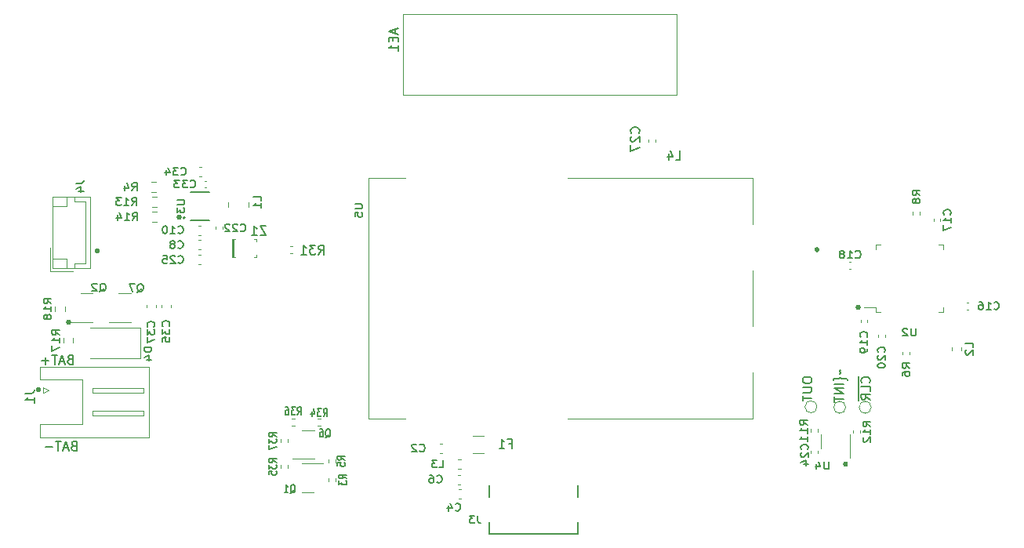
<source format=gbr>
G04 #@! TF.GenerationSoftware,KiCad,Pcbnew,7.0.5*
G04 #@! TF.CreationDate,2023-12-24T08:42:56+03:00*
G04 #@! TF.ProjectId,ALERT_RIDER_HARDWARE,414c4552-545f-4524-9944-45525f484152,rev?*
G04 #@! TF.SameCoordinates,Original*
G04 #@! TF.FileFunction,Legend,Bot*
G04 #@! TF.FilePolarity,Positive*
%FSLAX46Y46*%
G04 Gerber Fmt 4.6, Leading zero omitted, Abs format (unit mm)*
G04 Created by KiCad (PCBNEW 7.0.5) date 2023-12-24 08:42:56*
%MOMM*%
%LPD*%
G01*
G04 APERTURE LIST*
%ADD10C,0.150000*%
%ADD11C,0.120000*%
%ADD12C,0.127000*%
%ADD13C,0.200000*%
%ADD14C,0.100000*%
G04 APERTURE END LIST*
D10*
X143322801Y-65780000D02*
G75*
G03*
X143322801Y-65780000I-72801J0D01*
G01*
X58200000Y-67400000D02*
G75*
G03*
X58200000Y-67400000I-200000J0D01*
G01*
X70120000Y-56050000D02*
G75*
G03*
X70120000Y-56050000I-200000J0D01*
G01*
X58072801Y-67400000D02*
G75*
G03*
X58072801Y-67400000I-72801J0D01*
G01*
X61300000Y-59690000D02*
G75*
G03*
X61300000Y-59690000I-200000J0D01*
G01*
X141952801Y-82720000D02*
G75*
G03*
X141952801Y-82720000I-72801J0D01*
G01*
X139000000Y-59560000D02*
G75*
G03*
X139000000Y-59560000I-200000J0D01*
G01*
X138872801Y-59560000D02*
G75*
G03*
X138872801Y-59560000I-72801J0D01*
G01*
X54940000Y-74660000D02*
G75*
G03*
X54940000Y-74660000I-200000J0D01*
G01*
X142080000Y-82720000D02*
G75*
G03*
X142080000Y-82720000I-200000J0D01*
G01*
X61172801Y-59690000D02*
G75*
G03*
X61172801Y-59690000I-72801J0D01*
G01*
X54812801Y-74660000D02*
G75*
G03*
X54812801Y-74660000I-72801J0D01*
G01*
X143450000Y-65780000D02*
G75*
G03*
X143450000Y-65780000I-200000J0D01*
G01*
X69992801Y-56050000D02*
G75*
G03*
X69992801Y-56050000I-72801J0D01*
G01*
X141323866Y-72531905D02*
X141276247Y-72579524D01*
X141276247Y-72579524D02*
X141228628Y-72674762D01*
X141228628Y-72674762D02*
X141323866Y-72865238D01*
X141323866Y-72865238D02*
X141276247Y-72960476D01*
X141276247Y-72960476D02*
X141228628Y-73008095D01*
X142085771Y-73674762D02*
X142085771Y-73627143D01*
X142085771Y-73627143D02*
X142038152Y-73531905D01*
X142038152Y-73531905D02*
X141942914Y-73484286D01*
X141942914Y-73484286D02*
X141466723Y-73484286D01*
X141466723Y-73484286D02*
X141371485Y-73436667D01*
X141371485Y-73436667D02*
X141323866Y-73341429D01*
X141323866Y-73341429D02*
X141276247Y-73436667D01*
X141276247Y-73436667D02*
X141181009Y-73484286D01*
X141181009Y-73484286D02*
X140704819Y-73484286D01*
X140704819Y-73484286D02*
X140609580Y-73531905D01*
X140609580Y-73531905D02*
X140561961Y-73627143D01*
X140561961Y-73627143D02*
X140561961Y-73674762D01*
X141704819Y-74055715D02*
X140704819Y-74055715D01*
X141704819Y-74531905D02*
X140704819Y-74531905D01*
X140704819Y-74531905D02*
X141704819Y-75103333D01*
X141704819Y-75103333D02*
X140704819Y-75103333D01*
X140704819Y-75436667D02*
X140704819Y-76008095D01*
X141704819Y-75722381D02*
X140704819Y-75722381D01*
X137254819Y-73550000D02*
X137254819Y-73740476D01*
X137254819Y-73740476D02*
X137302438Y-73835714D01*
X137302438Y-73835714D02*
X137397676Y-73930952D01*
X137397676Y-73930952D02*
X137588152Y-73978571D01*
X137588152Y-73978571D02*
X137921485Y-73978571D01*
X137921485Y-73978571D02*
X138111961Y-73930952D01*
X138111961Y-73930952D02*
X138207200Y-73835714D01*
X138207200Y-73835714D02*
X138254819Y-73740476D01*
X138254819Y-73740476D02*
X138254819Y-73550000D01*
X138254819Y-73550000D02*
X138207200Y-73454762D01*
X138207200Y-73454762D02*
X138111961Y-73359524D01*
X138111961Y-73359524D02*
X137921485Y-73311905D01*
X137921485Y-73311905D02*
X137588152Y-73311905D01*
X137588152Y-73311905D02*
X137397676Y-73359524D01*
X137397676Y-73359524D02*
X137302438Y-73454762D01*
X137302438Y-73454762D02*
X137254819Y-73550000D01*
X137254819Y-74407143D02*
X138064342Y-74407143D01*
X138064342Y-74407143D02*
X138159580Y-74454762D01*
X138159580Y-74454762D02*
X138207200Y-74502381D01*
X138207200Y-74502381D02*
X138254819Y-74597619D01*
X138254819Y-74597619D02*
X138254819Y-74788095D01*
X138254819Y-74788095D02*
X138207200Y-74883333D01*
X138207200Y-74883333D02*
X138159580Y-74930952D01*
X138159580Y-74930952D02*
X138064342Y-74978571D01*
X138064342Y-74978571D02*
X137254819Y-74978571D01*
X137254819Y-75311905D02*
X137254819Y-75883333D01*
X138254819Y-75597619D02*
X137254819Y-75597619D01*
X58137142Y-71411009D02*
X57994285Y-71458628D01*
X57994285Y-71458628D02*
X57946666Y-71506247D01*
X57946666Y-71506247D02*
X57899047Y-71601485D01*
X57899047Y-71601485D02*
X57899047Y-71744342D01*
X57899047Y-71744342D02*
X57946666Y-71839580D01*
X57946666Y-71839580D02*
X57994285Y-71887200D01*
X57994285Y-71887200D02*
X58089523Y-71934819D01*
X58089523Y-71934819D02*
X58470475Y-71934819D01*
X58470475Y-71934819D02*
X58470475Y-70934819D01*
X58470475Y-70934819D02*
X58137142Y-70934819D01*
X58137142Y-70934819D02*
X58041904Y-70982438D01*
X58041904Y-70982438D02*
X57994285Y-71030057D01*
X57994285Y-71030057D02*
X57946666Y-71125295D01*
X57946666Y-71125295D02*
X57946666Y-71220533D01*
X57946666Y-71220533D02*
X57994285Y-71315771D01*
X57994285Y-71315771D02*
X58041904Y-71363390D01*
X58041904Y-71363390D02*
X58137142Y-71411009D01*
X58137142Y-71411009D02*
X58470475Y-71411009D01*
X57518094Y-71649104D02*
X57041904Y-71649104D01*
X57613332Y-71934819D02*
X57279999Y-70934819D01*
X57279999Y-70934819D02*
X56946666Y-71934819D01*
X56756189Y-70934819D02*
X56184761Y-70934819D01*
X56470475Y-71934819D02*
X56470475Y-70934819D01*
X55851427Y-71553866D02*
X55089523Y-71553866D01*
X55470475Y-71934819D02*
X55470475Y-71172914D01*
X144459580Y-73929761D02*
X144507200Y-73882142D01*
X144507200Y-73882142D02*
X144554819Y-73739285D01*
X144554819Y-73739285D02*
X144554819Y-73644047D01*
X144554819Y-73644047D02*
X144507200Y-73501190D01*
X144507200Y-73501190D02*
X144411961Y-73405952D01*
X144411961Y-73405952D02*
X144316723Y-73358333D01*
X144316723Y-73358333D02*
X144126247Y-73310714D01*
X144126247Y-73310714D02*
X143983390Y-73310714D01*
X143983390Y-73310714D02*
X143792914Y-73358333D01*
X143792914Y-73358333D02*
X143697676Y-73405952D01*
X143697676Y-73405952D02*
X143602438Y-73501190D01*
X143602438Y-73501190D02*
X143554819Y-73644047D01*
X143554819Y-73644047D02*
X143554819Y-73739285D01*
X143554819Y-73739285D02*
X143602438Y-73882142D01*
X143602438Y-73882142D02*
X143650057Y-73929761D01*
X144554819Y-74834523D02*
X144554819Y-74358333D01*
X144554819Y-74358333D02*
X143554819Y-74358333D01*
X144554819Y-75739285D02*
X144078628Y-75405952D01*
X144554819Y-75167857D02*
X143554819Y-75167857D01*
X143554819Y-75167857D02*
X143554819Y-75548809D01*
X143554819Y-75548809D02*
X143602438Y-75644047D01*
X143602438Y-75644047D02*
X143650057Y-75691666D01*
X143650057Y-75691666D02*
X143745295Y-75739285D01*
X143745295Y-75739285D02*
X143888152Y-75739285D01*
X143888152Y-75739285D02*
X143983390Y-75691666D01*
X143983390Y-75691666D02*
X144031009Y-75644047D01*
X144031009Y-75644047D02*
X144078628Y-75548809D01*
X144078628Y-75548809D02*
X144078628Y-75167857D01*
X143277200Y-73220238D02*
X143277200Y-75829762D01*
X58557142Y-80731009D02*
X58414285Y-80778628D01*
X58414285Y-80778628D02*
X58366666Y-80826247D01*
X58366666Y-80826247D02*
X58319047Y-80921485D01*
X58319047Y-80921485D02*
X58319047Y-81064342D01*
X58319047Y-81064342D02*
X58366666Y-81159580D01*
X58366666Y-81159580D02*
X58414285Y-81207200D01*
X58414285Y-81207200D02*
X58509523Y-81254819D01*
X58509523Y-81254819D02*
X58890475Y-81254819D01*
X58890475Y-81254819D02*
X58890475Y-80254819D01*
X58890475Y-80254819D02*
X58557142Y-80254819D01*
X58557142Y-80254819D02*
X58461904Y-80302438D01*
X58461904Y-80302438D02*
X58414285Y-80350057D01*
X58414285Y-80350057D02*
X58366666Y-80445295D01*
X58366666Y-80445295D02*
X58366666Y-80540533D01*
X58366666Y-80540533D02*
X58414285Y-80635771D01*
X58414285Y-80635771D02*
X58461904Y-80683390D01*
X58461904Y-80683390D02*
X58557142Y-80731009D01*
X58557142Y-80731009D02*
X58890475Y-80731009D01*
X57938094Y-80969104D02*
X57461904Y-80969104D01*
X58033332Y-81254819D02*
X57699999Y-80254819D01*
X57699999Y-80254819D02*
X57366666Y-81254819D01*
X57176189Y-80254819D02*
X56604761Y-80254819D01*
X56890475Y-81254819D02*
X56890475Y-80254819D01*
X56271427Y-80873866D02*
X55509523Y-80873866D01*
X80447927Y-82549999D02*
X80043165Y-82316666D01*
X80447927Y-82149999D02*
X79597927Y-82149999D01*
X79597927Y-82149999D02*
X79597927Y-82416666D01*
X79597927Y-82416666D02*
X79638403Y-82483333D01*
X79638403Y-82483333D02*
X79678879Y-82516666D01*
X79678879Y-82516666D02*
X79759831Y-82549999D01*
X79759831Y-82549999D02*
X79881260Y-82549999D01*
X79881260Y-82549999D02*
X79962212Y-82516666D01*
X79962212Y-82516666D02*
X80002689Y-82483333D01*
X80002689Y-82483333D02*
X80043165Y-82416666D01*
X80043165Y-82416666D02*
X80043165Y-82149999D01*
X79597927Y-82783333D02*
X79597927Y-83216666D01*
X79597927Y-83216666D02*
X79921736Y-82983333D01*
X79921736Y-82983333D02*
X79921736Y-83083333D01*
X79921736Y-83083333D02*
X79962212Y-83149999D01*
X79962212Y-83149999D02*
X80002689Y-83183333D01*
X80002689Y-83183333D02*
X80083641Y-83216666D01*
X80083641Y-83216666D02*
X80286022Y-83216666D01*
X80286022Y-83216666D02*
X80366974Y-83183333D01*
X80366974Y-83183333D02*
X80407451Y-83149999D01*
X80407451Y-83149999D02*
X80447927Y-83083333D01*
X80447927Y-83083333D02*
X80447927Y-82883333D01*
X80447927Y-82883333D02*
X80407451Y-82816666D01*
X80407451Y-82816666D02*
X80366974Y-82783333D01*
X79597927Y-83850000D02*
X79597927Y-83516666D01*
X79597927Y-83516666D02*
X80002689Y-83483333D01*
X80002689Y-83483333D02*
X79962212Y-83516666D01*
X79962212Y-83516666D02*
X79921736Y-83583333D01*
X79921736Y-83583333D02*
X79921736Y-83750000D01*
X79921736Y-83750000D02*
X79962212Y-83816666D01*
X79962212Y-83816666D02*
X80002689Y-83850000D01*
X80002689Y-83850000D02*
X80083641Y-83883333D01*
X80083641Y-83883333D02*
X80286022Y-83883333D01*
X80286022Y-83883333D02*
X80366974Y-83850000D01*
X80366974Y-83850000D02*
X80407451Y-83816666D01*
X80407451Y-83816666D02*
X80447927Y-83750000D01*
X80447927Y-83750000D02*
X80447927Y-83583333D01*
X80447927Y-83583333D02*
X80407451Y-83516666D01*
X80407451Y-83516666D02*
X80366974Y-83483333D01*
X87847927Y-82283333D02*
X87443165Y-82050000D01*
X87847927Y-81883333D02*
X86997927Y-81883333D01*
X86997927Y-81883333D02*
X86997927Y-82150000D01*
X86997927Y-82150000D02*
X87038403Y-82216667D01*
X87038403Y-82216667D02*
X87078879Y-82250000D01*
X87078879Y-82250000D02*
X87159831Y-82283333D01*
X87159831Y-82283333D02*
X87281260Y-82283333D01*
X87281260Y-82283333D02*
X87362212Y-82250000D01*
X87362212Y-82250000D02*
X87402689Y-82216667D01*
X87402689Y-82216667D02*
X87443165Y-82150000D01*
X87443165Y-82150000D02*
X87443165Y-81883333D01*
X86997927Y-82916667D02*
X86997927Y-82583333D01*
X86997927Y-82583333D02*
X87402689Y-82550000D01*
X87402689Y-82550000D02*
X87362212Y-82583333D01*
X87362212Y-82583333D02*
X87321736Y-82650000D01*
X87321736Y-82650000D02*
X87321736Y-82816667D01*
X87321736Y-82816667D02*
X87362212Y-82883333D01*
X87362212Y-82883333D02*
X87402689Y-82916667D01*
X87402689Y-82916667D02*
X87483641Y-82950000D01*
X87483641Y-82950000D02*
X87686022Y-82950000D01*
X87686022Y-82950000D02*
X87766974Y-82916667D01*
X87766974Y-82916667D02*
X87807451Y-82883333D01*
X87807451Y-82883333D02*
X87847927Y-82816667D01*
X87847927Y-82816667D02*
X87847927Y-82650000D01*
X87847927Y-82650000D02*
X87807451Y-82583333D01*
X87807451Y-82583333D02*
X87766974Y-82550000D01*
X70128571Y-51436104D02*
X70171428Y-51474200D01*
X70171428Y-51474200D02*
X70300000Y-51512295D01*
X70300000Y-51512295D02*
X70385714Y-51512295D01*
X70385714Y-51512295D02*
X70514285Y-51474200D01*
X70514285Y-51474200D02*
X70600000Y-51398009D01*
X70600000Y-51398009D02*
X70642857Y-51321819D01*
X70642857Y-51321819D02*
X70685714Y-51169438D01*
X70685714Y-51169438D02*
X70685714Y-51055152D01*
X70685714Y-51055152D02*
X70642857Y-50902771D01*
X70642857Y-50902771D02*
X70600000Y-50826580D01*
X70600000Y-50826580D02*
X70514285Y-50750390D01*
X70514285Y-50750390D02*
X70385714Y-50712295D01*
X70385714Y-50712295D02*
X70300000Y-50712295D01*
X70300000Y-50712295D02*
X70171428Y-50750390D01*
X70171428Y-50750390D02*
X70128571Y-50788485D01*
X69828571Y-50712295D02*
X69271428Y-50712295D01*
X69271428Y-50712295D02*
X69571428Y-51017057D01*
X69571428Y-51017057D02*
X69442857Y-51017057D01*
X69442857Y-51017057D02*
X69357143Y-51055152D01*
X69357143Y-51055152D02*
X69314285Y-51093247D01*
X69314285Y-51093247D02*
X69271428Y-51169438D01*
X69271428Y-51169438D02*
X69271428Y-51359914D01*
X69271428Y-51359914D02*
X69314285Y-51436104D01*
X69314285Y-51436104D02*
X69357143Y-51474200D01*
X69357143Y-51474200D02*
X69442857Y-51512295D01*
X69442857Y-51512295D02*
X69700000Y-51512295D01*
X69700000Y-51512295D02*
X69785714Y-51474200D01*
X69785714Y-51474200D02*
X69828571Y-51436104D01*
X68500000Y-50978961D02*
X68500000Y-51512295D01*
X68714285Y-50674200D02*
X68928571Y-51245628D01*
X68928571Y-51245628D02*
X68371428Y-51245628D01*
X142953571Y-60401104D02*
X142996428Y-60439200D01*
X142996428Y-60439200D02*
X143125000Y-60477295D01*
X143125000Y-60477295D02*
X143210714Y-60477295D01*
X143210714Y-60477295D02*
X143339285Y-60439200D01*
X143339285Y-60439200D02*
X143425000Y-60363009D01*
X143425000Y-60363009D02*
X143467857Y-60286819D01*
X143467857Y-60286819D02*
X143510714Y-60134438D01*
X143510714Y-60134438D02*
X143510714Y-60020152D01*
X143510714Y-60020152D02*
X143467857Y-59867771D01*
X143467857Y-59867771D02*
X143425000Y-59791580D01*
X143425000Y-59791580D02*
X143339285Y-59715390D01*
X143339285Y-59715390D02*
X143210714Y-59677295D01*
X143210714Y-59677295D02*
X143125000Y-59677295D01*
X143125000Y-59677295D02*
X142996428Y-59715390D01*
X142996428Y-59715390D02*
X142953571Y-59753485D01*
X142096428Y-60477295D02*
X142610714Y-60477295D01*
X142353571Y-60477295D02*
X142353571Y-59677295D01*
X142353571Y-59677295D02*
X142439285Y-59791580D01*
X142439285Y-59791580D02*
X142525000Y-59867771D01*
X142525000Y-59867771D02*
X142610714Y-59905866D01*
X141582142Y-60020152D02*
X141667857Y-59982057D01*
X141667857Y-59982057D02*
X141710714Y-59943961D01*
X141710714Y-59943961D02*
X141753571Y-59867771D01*
X141753571Y-59867771D02*
X141753571Y-59829676D01*
X141753571Y-59829676D02*
X141710714Y-59753485D01*
X141710714Y-59753485D02*
X141667857Y-59715390D01*
X141667857Y-59715390D02*
X141582142Y-59677295D01*
X141582142Y-59677295D02*
X141410714Y-59677295D01*
X141410714Y-59677295D02*
X141325000Y-59715390D01*
X141325000Y-59715390D02*
X141282142Y-59753485D01*
X141282142Y-59753485D02*
X141239285Y-59829676D01*
X141239285Y-59829676D02*
X141239285Y-59867771D01*
X141239285Y-59867771D02*
X141282142Y-59943961D01*
X141282142Y-59943961D02*
X141325000Y-59982057D01*
X141325000Y-59982057D02*
X141410714Y-60020152D01*
X141410714Y-60020152D02*
X141582142Y-60020152D01*
X141582142Y-60020152D02*
X141667857Y-60058247D01*
X141667857Y-60058247D02*
X141710714Y-60096342D01*
X141710714Y-60096342D02*
X141753571Y-60172533D01*
X141753571Y-60172533D02*
X141753571Y-60324914D01*
X141753571Y-60324914D02*
X141710714Y-60401104D01*
X141710714Y-60401104D02*
X141667857Y-60439200D01*
X141667857Y-60439200D02*
X141582142Y-60477295D01*
X141582142Y-60477295D02*
X141410714Y-60477295D01*
X141410714Y-60477295D02*
X141325000Y-60439200D01*
X141325000Y-60439200D02*
X141282142Y-60401104D01*
X141282142Y-60401104D02*
X141239285Y-60324914D01*
X141239285Y-60324914D02*
X141239285Y-60172533D01*
X141239285Y-60172533D02*
X141282142Y-60096342D01*
X141282142Y-60096342D02*
X141325000Y-60058247D01*
X141325000Y-60058247D02*
X141410714Y-60020152D01*
X97974999Y-83088545D02*
X98403571Y-83088545D01*
X98403571Y-83088545D02*
X98403571Y-82288545D01*
X97760714Y-82288545D02*
X97203571Y-82288545D01*
X97203571Y-82288545D02*
X97503571Y-82593307D01*
X97503571Y-82593307D02*
X97375000Y-82593307D01*
X97375000Y-82593307D02*
X97289286Y-82631402D01*
X97289286Y-82631402D02*
X97246428Y-82669497D01*
X97246428Y-82669497D02*
X97203571Y-82745688D01*
X97203571Y-82745688D02*
X97203571Y-82936164D01*
X97203571Y-82936164D02*
X97246428Y-83012354D01*
X97246428Y-83012354D02*
X97289286Y-83050450D01*
X97289286Y-83050450D02*
X97375000Y-83088545D01*
X97375000Y-83088545D02*
X97632143Y-83088545D01*
X97632143Y-83088545D02*
X97717857Y-83050450D01*
X97717857Y-83050450D02*
X97760714Y-83012354D01*
X140085714Y-82462295D02*
X140085714Y-83109914D01*
X140085714Y-83109914D02*
X140042857Y-83186104D01*
X140042857Y-83186104D02*
X140000000Y-83224200D01*
X140000000Y-83224200D02*
X139914285Y-83262295D01*
X139914285Y-83262295D02*
X139742857Y-83262295D01*
X139742857Y-83262295D02*
X139657142Y-83224200D01*
X139657142Y-83224200D02*
X139614285Y-83186104D01*
X139614285Y-83186104D02*
X139571428Y-83109914D01*
X139571428Y-83109914D02*
X139571428Y-82462295D01*
X138757143Y-82728961D02*
X138757143Y-83262295D01*
X138971428Y-82424200D02*
X139185714Y-82995628D01*
X139185714Y-82995628D02*
X138628571Y-82995628D01*
X149485714Y-68062295D02*
X149485714Y-68709914D01*
X149485714Y-68709914D02*
X149442857Y-68786104D01*
X149442857Y-68786104D02*
X149400000Y-68824200D01*
X149400000Y-68824200D02*
X149314285Y-68862295D01*
X149314285Y-68862295D02*
X149142857Y-68862295D01*
X149142857Y-68862295D02*
X149057142Y-68824200D01*
X149057142Y-68824200D02*
X149014285Y-68786104D01*
X149014285Y-68786104D02*
X148971428Y-68709914D01*
X148971428Y-68709914D02*
X148971428Y-68062295D01*
X148585714Y-68138485D02*
X148542857Y-68100390D01*
X148542857Y-68100390D02*
X148457143Y-68062295D01*
X148457143Y-68062295D02*
X148242857Y-68062295D01*
X148242857Y-68062295D02*
X148157143Y-68100390D01*
X148157143Y-68100390D02*
X148114285Y-68138485D01*
X148114285Y-68138485D02*
X148071428Y-68214676D01*
X148071428Y-68214676D02*
X148071428Y-68290866D01*
X148071428Y-68290866D02*
X148114285Y-68405152D01*
X148114285Y-68405152D02*
X148628571Y-68862295D01*
X148628571Y-68862295D02*
X148071428Y-68862295D01*
X78762295Y-54250000D02*
X78762295Y-53821428D01*
X78762295Y-53821428D02*
X77962295Y-53821428D01*
X78762295Y-55021428D02*
X78762295Y-54507142D01*
X78762295Y-54764285D02*
X77962295Y-54764285D01*
X77962295Y-54764285D02*
X78076580Y-54678571D01*
X78076580Y-54678571D02*
X78152771Y-54592856D01*
X78152771Y-54592856D02*
X78190866Y-54507142D01*
X153196104Y-55771428D02*
X153234200Y-55728571D01*
X153234200Y-55728571D02*
X153272295Y-55599999D01*
X153272295Y-55599999D02*
X153272295Y-55514285D01*
X153272295Y-55514285D02*
X153234200Y-55385714D01*
X153234200Y-55385714D02*
X153158009Y-55299999D01*
X153158009Y-55299999D02*
X153081819Y-55257142D01*
X153081819Y-55257142D02*
X152929438Y-55214285D01*
X152929438Y-55214285D02*
X152815152Y-55214285D01*
X152815152Y-55214285D02*
X152662771Y-55257142D01*
X152662771Y-55257142D02*
X152586580Y-55299999D01*
X152586580Y-55299999D02*
X152510390Y-55385714D01*
X152510390Y-55385714D02*
X152472295Y-55514285D01*
X152472295Y-55514285D02*
X152472295Y-55599999D01*
X152472295Y-55599999D02*
X152510390Y-55728571D01*
X152510390Y-55728571D02*
X152548485Y-55771428D01*
X153272295Y-56628571D02*
X153272295Y-56114285D01*
X153272295Y-56371428D02*
X152472295Y-56371428D01*
X152472295Y-56371428D02*
X152586580Y-56285714D01*
X152586580Y-56285714D02*
X152662771Y-56199999D01*
X152662771Y-56199999D02*
X152700866Y-56114285D01*
X152472295Y-56928571D02*
X152472295Y-57528571D01*
X152472295Y-57528571D02*
X153272295Y-57142857D01*
X53294819Y-75086666D02*
X54009104Y-75086666D01*
X54009104Y-75086666D02*
X54151961Y-75039047D01*
X54151961Y-75039047D02*
X54247200Y-74943809D01*
X54247200Y-74943809D02*
X54294819Y-74800952D01*
X54294819Y-74800952D02*
X54294819Y-74705714D01*
X54294819Y-76086666D02*
X54294819Y-75515238D01*
X54294819Y-75800952D02*
X53294819Y-75800952D01*
X53294819Y-75800952D02*
X53437676Y-75705714D01*
X53437676Y-75705714D02*
X53532914Y-75610476D01*
X53532914Y-75610476D02*
X53580533Y-75515238D01*
X149912295Y-53700000D02*
X149531342Y-53400000D01*
X149912295Y-53185714D02*
X149112295Y-53185714D01*
X149112295Y-53185714D02*
X149112295Y-53528571D01*
X149112295Y-53528571D02*
X149150390Y-53614286D01*
X149150390Y-53614286D02*
X149188485Y-53657143D01*
X149188485Y-53657143D02*
X149264676Y-53700000D01*
X149264676Y-53700000D02*
X149378961Y-53700000D01*
X149378961Y-53700000D02*
X149455152Y-53657143D01*
X149455152Y-53657143D02*
X149493247Y-53614286D01*
X149493247Y-53614286D02*
X149531342Y-53528571D01*
X149531342Y-53528571D02*
X149531342Y-53185714D01*
X149455152Y-54214286D02*
X149417057Y-54128571D01*
X149417057Y-54128571D02*
X149378961Y-54085714D01*
X149378961Y-54085714D02*
X149302771Y-54042857D01*
X149302771Y-54042857D02*
X149264676Y-54042857D01*
X149264676Y-54042857D02*
X149188485Y-54085714D01*
X149188485Y-54085714D02*
X149150390Y-54128571D01*
X149150390Y-54128571D02*
X149112295Y-54214286D01*
X149112295Y-54214286D02*
X149112295Y-54385714D01*
X149112295Y-54385714D02*
X149150390Y-54471429D01*
X149150390Y-54471429D02*
X149188485Y-54514286D01*
X149188485Y-54514286D02*
X149264676Y-54557143D01*
X149264676Y-54557143D02*
X149302771Y-54557143D01*
X149302771Y-54557143D02*
X149378961Y-54514286D01*
X149378961Y-54514286D02*
X149417057Y-54471429D01*
X149417057Y-54471429D02*
X149455152Y-54385714D01*
X149455152Y-54385714D02*
X149455152Y-54214286D01*
X149455152Y-54214286D02*
X149493247Y-54128571D01*
X149493247Y-54128571D02*
X149531342Y-54085714D01*
X149531342Y-54085714D02*
X149607533Y-54042857D01*
X149607533Y-54042857D02*
X149759914Y-54042857D01*
X149759914Y-54042857D02*
X149836104Y-54085714D01*
X149836104Y-54085714D02*
X149874200Y-54128571D01*
X149874200Y-54128571D02*
X149912295Y-54214286D01*
X149912295Y-54214286D02*
X149912295Y-54385714D01*
X149912295Y-54385714D02*
X149874200Y-54471429D01*
X149874200Y-54471429D02*
X149836104Y-54514286D01*
X149836104Y-54514286D02*
X149759914Y-54557143D01*
X149759914Y-54557143D02*
X149607533Y-54557143D01*
X149607533Y-54557143D02*
X149531342Y-54514286D01*
X149531342Y-54514286D02*
X149493247Y-54471429D01*
X149493247Y-54471429D02*
X149455152Y-54385714D01*
X82712500Y-77415427D02*
X82945833Y-77010665D01*
X83112500Y-77415427D02*
X83112500Y-76565427D01*
X83112500Y-76565427D02*
X82845833Y-76565427D01*
X82845833Y-76565427D02*
X82779167Y-76605903D01*
X82779167Y-76605903D02*
X82745833Y-76646379D01*
X82745833Y-76646379D02*
X82712500Y-76727331D01*
X82712500Y-76727331D02*
X82712500Y-76848760D01*
X82712500Y-76848760D02*
X82745833Y-76929712D01*
X82745833Y-76929712D02*
X82779167Y-76970189D01*
X82779167Y-76970189D02*
X82845833Y-77010665D01*
X82845833Y-77010665D02*
X83112500Y-77010665D01*
X82479167Y-76565427D02*
X82045833Y-76565427D01*
X82045833Y-76565427D02*
X82279167Y-76889236D01*
X82279167Y-76889236D02*
X82179167Y-76889236D01*
X82179167Y-76889236D02*
X82112500Y-76929712D01*
X82112500Y-76929712D02*
X82079167Y-76970189D01*
X82079167Y-76970189D02*
X82045833Y-77051141D01*
X82045833Y-77051141D02*
X82045833Y-77253522D01*
X82045833Y-77253522D02*
X82079167Y-77334474D01*
X82079167Y-77334474D02*
X82112500Y-77374951D01*
X82112500Y-77374951D02*
X82179167Y-77415427D01*
X82179167Y-77415427D02*
X82379167Y-77415427D01*
X82379167Y-77415427D02*
X82445833Y-77374951D01*
X82445833Y-77374951D02*
X82479167Y-77334474D01*
X81445833Y-76565427D02*
X81579166Y-76565427D01*
X81579166Y-76565427D02*
X81645833Y-76605903D01*
X81645833Y-76605903D02*
X81679166Y-76646379D01*
X81679166Y-76646379D02*
X81745833Y-76767808D01*
X81745833Y-76767808D02*
X81779166Y-76929712D01*
X81779166Y-76929712D02*
X81779166Y-77253522D01*
X81779166Y-77253522D02*
X81745833Y-77334474D01*
X81745833Y-77334474D02*
X81712500Y-77374951D01*
X81712500Y-77374951D02*
X81645833Y-77415427D01*
X81645833Y-77415427D02*
X81512500Y-77415427D01*
X81512500Y-77415427D02*
X81445833Y-77374951D01*
X81445833Y-77374951D02*
X81412500Y-77334474D01*
X81412500Y-77334474D02*
X81379166Y-77253522D01*
X81379166Y-77253522D02*
X81379166Y-77051141D01*
X81379166Y-77051141D02*
X81412500Y-76970189D01*
X81412500Y-76970189D02*
X81445833Y-76929712D01*
X81445833Y-76929712D02*
X81512500Y-76889236D01*
X81512500Y-76889236D02*
X81645833Y-76889236D01*
X81645833Y-76889236D02*
X81712500Y-76929712D01*
X81712500Y-76929712D02*
X81745833Y-76970189D01*
X81745833Y-76970189D02*
X81779166Y-77051141D01*
X66962295Y-70135714D02*
X66162295Y-70135714D01*
X66162295Y-70135714D02*
X66162295Y-70350000D01*
X66162295Y-70350000D02*
X66200390Y-70478571D01*
X66200390Y-70478571D02*
X66276580Y-70564286D01*
X66276580Y-70564286D02*
X66352771Y-70607143D01*
X66352771Y-70607143D02*
X66505152Y-70650000D01*
X66505152Y-70650000D02*
X66619438Y-70650000D01*
X66619438Y-70650000D02*
X66771819Y-70607143D01*
X66771819Y-70607143D02*
X66848009Y-70564286D01*
X66848009Y-70564286D02*
X66924200Y-70478571D01*
X66924200Y-70478571D02*
X66962295Y-70350000D01*
X66962295Y-70350000D02*
X66962295Y-70135714D01*
X66428961Y-71421429D02*
X66962295Y-71421429D01*
X66124200Y-71207143D02*
X66695628Y-70992857D01*
X66695628Y-70992857D02*
X66695628Y-71550000D01*
X71128571Y-52786104D02*
X71171428Y-52824200D01*
X71171428Y-52824200D02*
X71300000Y-52862295D01*
X71300000Y-52862295D02*
X71385714Y-52862295D01*
X71385714Y-52862295D02*
X71514285Y-52824200D01*
X71514285Y-52824200D02*
X71600000Y-52748009D01*
X71600000Y-52748009D02*
X71642857Y-52671819D01*
X71642857Y-52671819D02*
X71685714Y-52519438D01*
X71685714Y-52519438D02*
X71685714Y-52405152D01*
X71685714Y-52405152D02*
X71642857Y-52252771D01*
X71642857Y-52252771D02*
X71600000Y-52176580D01*
X71600000Y-52176580D02*
X71514285Y-52100390D01*
X71514285Y-52100390D02*
X71385714Y-52062295D01*
X71385714Y-52062295D02*
X71300000Y-52062295D01*
X71300000Y-52062295D02*
X71171428Y-52100390D01*
X71171428Y-52100390D02*
X71128571Y-52138485D01*
X70828571Y-52062295D02*
X70271428Y-52062295D01*
X70271428Y-52062295D02*
X70571428Y-52367057D01*
X70571428Y-52367057D02*
X70442857Y-52367057D01*
X70442857Y-52367057D02*
X70357143Y-52405152D01*
X70357143Y-52405152D02*
X70314285Y-52443247D01*
X70314285Y-52443247D02*
X70271428Y-52519438D01*
X70271428Y-52519438D02*
X70271428Y-52709914D01*
X70271428Y-52709914D02*
X70314285Y-52786104D01*
X70314285Y-52786104D02*
X70357143Y-52824200D01*
X70357143Y-52824200D02*
X70442857Y-52862295D01*
X70442857Y-52862295D02*
X70700000Y-52862295D01*
X70700000Y-52862295D02*
X70785714Y-52824200D01*
X70785714Y-52824200D02*
X70828571Y-52786104D01*
X69971428Y-52062295D02*
X69414285Y-52062295D01*
X69414285Y-52062295D02*
X69714285Y-52367057D01*
X69714285Y-52367057D02*
X69585714Y-52367057D01*
X69585714Y-52367057D02*
X69500000Y-52405152D01*
X69500000Y-52405152D02*
X69457142Y-52443247D01*
X69457142Y-52443247D02*
X69414285Y-52519438D01*
X69414285Y-52519438D02*
X69414285Y-52709914D01*
X69414285Y-52709914D02*
X69457142Y-52786104D01*
X69457142Y-52786104D02*
X69500000Y-52824200D01*
X69500000Y-52824200D02*
X69585714Y-52862295D01*
X69585714Y-52862295D02*
X69842857Y-52862295D01*
X69842857Y-52862295D02*
X69928571Y-52824200D01*
X69928571Y-52824200D02*
X69971428Y-52786104D01*
X80447927Y-79749999D02*
X80043165Y-79516666D01*
X80447927Y-79349999D02*
X79597927Y-79349999D01*
X79597927Y-79349999D02*
X79597927Y-79616666D01*
X79597927Y-79616666D02*
X79638403Y-79683333D01*
X79638403Y-79683333D02*
X79678879Y-79716666D01*
X79678879Y-79716666D02*
X79759831Y-79749999D01*
X79759831Y-79749999D02*
X79881260Y-79749999D01*
X79881260Y-79749999D02*
X79962212Y-79716666D01*
X79962212Y-79716666D02*
X80002689Y-79683333D01*
X80002689Y-79683333D02*
X80043165Y-79616666D01*
X80043165Y-79616666D02*
X80043165Y-79349999D01*
X79597927Y-79983333D02*
X79597927Y-80416666D01*
X79597927Y-80416666D02*
X79921736Y-80183333D01*
X79921736Y-80183333D02*
X79921736Y-80283333D01*
X79921736Y-80283333D02*
X79962212Y-80349999D01*
X79962212Y-80349999D02*
X80002689Y-80383333D01*
X80002689Y-80383333D02*
X80083641Y-80416666D01*
X80083641Y-80416666D02*
X80286022Y-80416666D01*
X80286022Y-80416666D02*
X80366974Y-80383333D01*
X80366974Y-80383333D02*
X80407451Y-80349999D01*
X80407451Y-80349999D02*
X80447927Y-80283333D01*
X80447927Y-80283333D02*
X80447927Y-80083333D01*
X80447927Y-80083333D02*
X80407451Y-80016666D01*
X80407451Y-80016666D02*
X80366974Y-79983333D01*
X79597927Y-80650000D02*
X79597927Y-81116666D01*
X79597927Y-81116666D02*
X80447927Y-80816666D01*
X69828571Y-60936104D02*
X69871428Y-60974200D01*
X69871428Y-60974200D02*
X70000000Y-61012295D01*
X70000000Y-61012295D02*
X70085714Y-61012295D01*
X70085714Y-61012295D02*
X70214285Y-60974200D01*
X70214285Y-60974200D02*
X70300000Y-60898009D01*
X70300000Y-60898009D02*
X70342857Y-60821819D01*
X70342857Y-60821819D02*
X70385714Y-60669438D01*
X70385714Y-60669438D02*
X70385714Y-60555152D01*
X70385714Y-60555152D02*
X70342857Y-60402771D01*
X70342857Y-60402771D02*
X70300000Y-60326580D01*
X70300000Y-60326580D02*
X70214285Y-60250390D01*
X70214285Y-60250390D02*
X70085714Y-60212295D01*
X70085714Y-60212295D02*
X70000000Y-60212295D01*
X70000000Y-60212295D02*
X69871428Y-60250390D01*
X69871428Y-60250390D02*
X69828571Y-60288485D01*
X69485714Y-60288485D02*
X69442857Y-60250390D01*
X69442857Y-60250390D02*
X69357143Y-60212295D01*
X69357143Y-60212295D02*
X69142857Y-60212295D01*
X69142857Y-60212295D02*
X69057143Y-60250390D01*
X69057143Y-60250390D02*
X69014285Y-60288485D01*
X69014285Y-60288485D02*
X68971428Y-60364676D01*
X68971428Y-60364676D02*
X68971428Y-60440866D01*
X68971428Y-60440866D02*
X69014285Y-60555152D01*
X69014285Y-60555152D02*
X69528571Y-61012295D01*
X69528571Y-61012295D02*
X68971428Y-61012295D01*
X68157142Y-60212295D02*
X68585714Y-60212295D01*
X68585714Y-60212295D02*
X68628571Y-60593247D01*
X68628571Y-60593247D02*
X68585714Y-60555152D01*
X68585714Y-60555152D02*
X68500000Y-60517057D01*
X68500000Y-60517057D02*
X68285714Y-60517057D01*
X68285714Y-60517057D02*
X68200000Y-60555152D01*
X68200000Y-60555152D02*
X68157142Y-60593247D01*
X68157142Y-60593247D02*
X68114285Y-60669438D01*
X68114285Y-60669438D02*
X68114285Y-60859914D01*
X68114285Y-60859914D02*
X68157142Y-60936104D01*
X68157142Y-60936104D02*
X68200000Y-60974200D01*
X68200000Y-60974200D02*
X68285714Y-61012295D01*
X68285714Y-61012295D02*
X68500000Y-61012295D01*
X68500000Y-61012295D02*
X68585714Y-60974200D01*
X68585714Y-60974200D02*
X68628571Y-60936104D01*
X84992857Y-60074819D02*
X85326190Y-59598628D01*
X85564285Y-60074819D02*
X85564285Y-59074819D01*
X85564285Y-59074819D02*
X85183333Y-59074819D01*
X85183333Y-59074819D02*
X85088095Y-59122438D01*
X85088095Y-59122438D02*
X85040476Y-59170057D01*
X85040476Y-59170057D02*
X84992857Y-59265295D01*
X84992857Y-59265295D02*
X84992857Y-59408152D01*
X84992857Y-59408152D02*
X85040476Y-59503390D01*
X85040476Y-59503390D02*
X85088095Y-59551009D01*
X85088095Y-59551009D02*
X85183333Y-59598628D01*
X85183333Y-59598628D02*
X85564285Y-59598628D01*
X84659523Y-59074819D02*
X84040476Y-59074819D01*
X84040476Y-59074819D02*
X84373809Y-59455771D01*
X84373809Y-59455771D02*
X84230952Y-59455771D01*
X84230952Y-59455771D02*
X84135714Y-59503390D01*
X84135714Y-59503390D02*
X84088095Y-59551009D01*
X84088095Y-59551009D02*
X84040476Y-59646247D01*
X84040476Y-59646247D02*
X84040476Y-59884342D01*
X84040476Y-59884342D02*
X84088095Y-59979580D01*
X84088095Y-59979580D02*
X84135714Y-60027200D01*
X84135714Y-60027200D02*
X84230952Y-60074819D01*
X84230952Y-60074819D02*
X84516666Y-60074819D01*
X84516666Y-60074819D02*
X84611904Y-60027200D01*
X84611904Y-60027200D02*
X84659523Y-59979580D01*
X83088095Y-60074819D02*
X83659523Y-60074819D01*
X83373809Y-60074819D02*
X83373809Y-59074819D01*
X83373809Y-59074819D02*
X83469047Y-59217676D01*
X83469047Y-59217676D02*
X83564285Y-59312914D01*
X83564285Y-59312914D02*
X83659523Y-59360533D01*
X69712295Y-54164285D02*
X70359914Y-54164285D01*
X70359914Y-54164285D02*
X70436104Y-54207142D01*
X70436104Y-54207142D02*
X70474200Y-54250000D01*
X70474200Y-54250000D02*
X70512295Y-54335714D01*
X70512295Y-54335714D02*
X70512295Y-54507142D01*
X70512295Y-54507142D02*
X70474200Y-54592857D01*
X70474200Y-54592857D02*
X70436104Y-54635714D01*
X70436104Y-54635714D02*
X70359914Y-54678571D01*
X70359914Y-54678571D02*
X69712295Y-54678571D01*
X69712295Y-55021428D02*
X69712295Y-55578571D01*
X69712295Y-55578571D02*
X70017057Y-55278571D01*
X70017057Y-55278571D02*
X70017057Y-55407142D01*
X70017057Y-55407142D02*
X70055152Y-55492857D01*
X70055152Y-55492857D02*
X70093247Y-55535714D01*
X70093247Y-55535714D02*
X70169438Y-55578571D01*
X70169438Y-55578571D02*
X70359914Y-55578571D01*
X70359914Y-55578571D02*
X70436104Y-55535714D01*
X70436104Y-55535714D02*
X70474200Y-55492857D01*
X70474200Y-55492857D02*
X70512295Y-55407142D01*
X70512295Y-55407142D02*
X70512295Y-55149999D01*
X70512295Y-55149999D02*
X70474200Y-55064285D01*
X70474200Y-55064285D02*
X70436104Y-55021428D01*
X137786104Y-81121428D02*
X137824200Y-81078571D01*
X137824200Y-81078571D02*
X137862295Y-80949999D01*
X137862295Y-80949999D02*
X137862295Y-80864285D01*
X137862295Y-80864285D02*
X137824200Y-80735714D01*
X137824200Y-80735714D02*
X137748009Y-80649999D01*
X137748009Y-80649999D02*
X137671819Y-80607142D01*
X137671819Y-80607142D02*
X137519438Y-80564285D01*
X137519438Y-80564285D02*
X137405152Y-80564285D01*
X137405152Y-80564285D02*
X137252771Y-80607142D01*
X137252771Y-80607142D02*
X137176580Y-80649999D01*
X137176580Y-80649999D02*
X137100390Y-80735714D01*
X137100390Y-80735714D02*
X137062295Y-80864285D01*
X137062295Y-80864285D02*
X137062295Y-80949999D01*
X137062295Y-80949999D02*
X137100390Y-81078571D01*
X137100390Y-81078571D02*
X137138485Y-81121428D01*
X137138485Y-81464285D02*
X137100390Y-81507142D01*
X137100390Y-81507142D02*
X137062295Y-81592857D01*
X137062295Y-81592857D02*
X137062295Y-81807142D01*
X137062295Y-81807142D02*
X137100390Y-81892857D01*
X137100390Y-81892857D02*
X137138485Y-81935714D01*
X137138485Y-81935714D02*
X137214676Y-81978571D01*
X137214676Y-81978571D02*
X137290866Y-81978571D01*
X137290866Y-81978571D02*
X137405152Y-81935714D01*
X137405152Y-81935714D02*
X137862295Y-81421428D01*
X137862295Y-81421428D02*
X137862295Y-81978571D01*
X137328961Y-82750000D02*
X137862295Y-82750000D01*
X137024200Y-82535714D02*
X137595628Y-82321428D01*
X137595628Y-82321428D02*
X137595628Y-82878571D01*
X64828571Y-54762295D02*
X65128571Y-54381342D01*
X65342857Y-54762295D02*
X65342857Y-53962295D01*
X65342857Y-53962295D02*
X65000000Y-53962295D01*
X65000000Y-53962295D02*
X64914285Y-54000390D01*
X64914285Y-54000390D02*
X64871428Y-54038485D01*
X64871428Y-54038485D02*
X64828571Y-54114676D01*
X64828571Y-54114676D02*
X64828571Y-54228961D01*
X64828571Y-54228961D02*
X64871428Y-54305152D01*
X64871428Y-54305152D02*
X64914285Y-54343247D01*
X64914285Y-54343247D02*
X65000000Y-54381342D01*
X65000000Y-54381342D02*
X65342857Y-54381342D01*
X63971428Y-54762295D02*
X64485714Y-54762295D01*
X64228571Y-54762295D02*
X64228571Y-53962295D01*
X64228571Y-53962295D02*
X64314285Y-54076580D01*
X64314285Y-54076580D02*
X64400000Y-54152771D01*
X64400000Y-54152771D02*
X64485714Y-54190866D01*
X63671428Y-53962295D02*
X63114285Y-53962295D01*
X63114285Y-53962295D02*
X63414285Y-54267057D01*
X63414285Y-54267057D02*
X63285714Y-54267057D01*
X63285714Y-54267057D02*
X63200000Y-54305152D01*
X63200000Y-54305152D02*
X63157142Y-54343247D01*
X63157142Y-54343247D02*
X63114285Y-54419438D01*
X63114285Y-54419438D02*
X63114285Y-54609914D01*
X63114285Y-54609914D02*
X63157142Y-54686104D01*
X63157142Y-54686104D02*
X63200000Y-54724200D01*
X63200000Y-54724200D02*
X63285714Y-54762295D01*
X63285714Y-54762295D02*
X63542857Y-54762295D01*
X63542857Y-54762295D02*
X63628571Y-54724200D01*
X63628571Y-54724200D02*
X63671428Y-54686104D01*
X148812295Y-72350000D02*
X148431342Y-72050000D01*
X148812295Y-71835714D02*
X148012295Y-71835714D01*
X148012295Y-71835714D02*
X148012295Y-72178571D01*
X148012295Y-72178571D02*
X148050390Y-72264286D01*
X148050390Y-72264286D02*
X148088485Y-72307143D01*
X148088485Y-72307143D02*
X148164676Y-72350000D01*
X148164676Y-72350000D02*
X148278961Y-72350000D01*
X148278961Y-72350000D02*
X148355152Y-72307143D01*
X148355152Y-72307143D02*
X148393247Y-72264286D01*
X148393247Y-72264286D02*
X148431342Y-72178571D01*
X148431342Y-72178571D02*
X148431342Y-71835714D01*
X148012295Y-73121429D02*
X148012295Y-72950000D01*
X148012295Y-72950000D02*
X148050390Y-72864286D01*
X148050390Y-72864286D02*
X148088485Y-72821429D01*
X148088485Y-72821429D02*
X148202771Y-72735714D01*
X148202771Y-72735714D02*
X148355152Y-72692857D01*
X148355152Y-72692857D02*
X148659914Y-72692857D01*
X148659914Y-72692857D02*
X148736104Y-72735714D01*
X148736104Y-72735714D02*
X148774200Y-72778571D01*
X148774200Y-72778571D02*
X148812295Y-72864286D01*
X148812295Y-72864286D02*
X148812295Y-73035714D01*
X148812295Y-73035714D02*
X148774200Y-73121429D01*
X148774200Y-73121429D02*
X148736104Y-73164286D01*
X148736104Y-73164286D02*
X148659914Y-73207143D01*
X148659914Y-73207143D02*
X148469438Y-73207143D01*
X148469438Y-73207143D02*
X148393247Y-73164286D01*
X148393247Y-73164286D02*
X148355152Y-73121429D01*
X148355152Y-73121429D02*
X148317057Y-73035714D01*
X148317057Y-73035714D02*
X148317057Y-72864286D01*
X148317057Y-72864286D02*
X148355152Y-72778571D01*
X148355152Y-72778571D02*
X148393247Y-72735714D01*
X148393247Y-72735714D02*
X148469438Y-72692857D01*
X76558571Y-57526104D02*
X76601428Y-57564200D01*
X76601428Y-57564200D02*
X76730000Y-57602295D01*
X76730000Y-57602295D02*
X76815714Y-57602295D01*
X76815714Y-57602295D02*
X76944285Y-57564200D01*
X76944285Y-57564200D02*
X77030000Y-57488009D01*
X77030000Y-57488009D02*
X77072857Y-57411819D01*
X77072857Y-57411819D02*
X77115714Y-57259438D01*
X77115714Y-57259438D02*
X77115714Y-57145152D01*
X77115714Y-57145152D02*
X77072857Y-56992771D01*
X77072857Y-56992771D02*
X77030000Y-56916580D01*
X77030000Y-56916580D02*
X76944285Y-56840390D01*
X76944285Y-56840390D02*
X76815714Y-56802295D01*
X76815714Y-56802295D02*
X76730000Y-56802295D01*
X76730000Y-56802295D02*
X76601428Y-56840390D01*
X76601428Y-56840390D02*
X76558571Y-56878485D01*
X76215714Y-56878485D02*
X76172857Y-56840390D01*
X76172857Y-56840390D02*
X76087143Y-56802295D01*
X76087143Y-56802295D02*
X75872857Y-56802295D01*
X75872857Y-56802295D02*
X75787143Y-56840390D01*
X75787143Y-56840390D02*
X75744285Y-56878485D01*
X75744285Y-56878485D02*
X75701428Y-56954676D01*
X75701428Y-56954676D02*
X75701428Y-57030866D01*
X75701428Y-57030866D02*
X75744285Y-57145152D01*
X75744285Y-57145152D02*
X76258571Y-57602295D01*
X76258571Y-57602295D02*
X75701428Y-57602295D01*
X75358571Y-56878485D02*
X75315714Y-56840390D01*
X75315714Y-56840390D02*
X75230000Y-56802295D01*
X75230000Y-56802295D02*
X75015714Y-56802295D01*
X75015714Y-56802295D02*
X74930000Y-56840390D01*
X74930000Y-56840390D02*
X74887142Y-56878485D01*
X74887142Y-56878485D02*
X74844285Y-56954676D01*
X74844285Y-56954676D02*
X74844285Y-57030866D01*
X74844285Y-57030866D02*
X74887142Y-57145152D01*
X74887142Y-57145152D02*
X75401428Y-57602295D01*
X75401428Y-57602295D02*
X74844285Y-57602295D01*
X68836104Y-67821428D02*
X68874200Y-67778571D01*
X68874200Y-67778571D02*
X68912295Y-67649999D01*
X68912295Y-67649999D02*
X68912295Y-67564285D01*
X68912295Y-67564285D02*
X68874200Y-67435714D01*
X68874200Y-67435714D02*
X68798009Y-67349999D01*
X68798009Y-67349999D02*
X68721819Y-67307142D01*
X68721819Y-67307142D02*
X68569438Y-67264285D01*
X68569438Y-67264285D02*
X68455152Y-67264285D01*
X68455152Y-67264285D02*
X68302771Y-67307142D01*
X68302771Y-67307142D02*
X68226580Y-67349999D01*
X68226580Y-67349999D02*
X68150390Y-67435714D01*
X68150390Y-67435714D02*
X68112295Y-67564285D01*
X68112295Y-67564285D02*
X68112295Y-67649999D01*
X68112295Y-67649999D02*
X68150390Y-67778571D01*
X68150390Y-67778571D02*
X68188485Y-67821428D01*
X68112295Y-68121428D02*
X68112295Y-68678571D01*
X68112295Y-68678571D02*
X68417057Y-68378571D01*
X68417057Y-68378571D02*
X68417057Y-68507142D01*
X68417057Y-68507142D02*
X68455152Y-68592857D01*
X68455152Y-68592857D02*
X68493247Y-68635714D01*
X68493247Y-68635714D02*
X68569438Y-68678571D01*
X68569438Y-68678571D02*
X68759914Y-68678571D01*
X68759914Y-68678571D02*
X68836104Y-68635714D01*
X68836104Y-68635714D02*
X68874200Y-68592857D01*
X68874200Y-68592857D02*
X68912295Y-68507142D01*
X68912295Y-68507142D02*
X68912295Y-68249999D01*
X68912295Y-68249999D02*
X68874200Y-68164285D01*
X68874200Y-68164285D02*
X68836104Y-68121428D01*
X68112295Y-69492857D02*
X68112295Y-69064285D01*
X68112295Y-69064285D02*
X68493247Y-69021428D01*
X68493247Y-69021428D02*
X68455152Y-69064285D01*
X68455152Y-69064285D02*
X68417057Y-69150000D01*
X68417057Y-69150000D02*
X68417057Y-69364285D01*
X68417057Y-69364285D02*
X68455152Y-69450000D01*
X68455152Y-69450000D02*
X68493247Y-69492857D01*
X68493247Y-69492857D02*
X68569438Y-69535714D01*
X68569438Y-69535714D02*
X68759914Y-69535714D01*
X68759914Y-69535714D02*
X68836104Y-69492857D01*
X68836104Y-69492857D02*
X68874200Y-69450000D01*
X68874200Y-69450000D02*
X68912295Y-69364285D01*
X68912295Y-69364285D02*
X68912295Y-69150000D01*
X68912295Y-69150000D02*
X68874200Y-69064285D01*
X68874200Y-69064285D02*
X68836104Y-69021428D01*
X61348214Y-64088485D02*
X61433928Y-64050390D01*
X61433928Y-64050390D02*
X61519642Y-63974200D01*
X61519642Y-63974200D02*
X61648214Y-63859914D01*
X61648214Y-63859914D02*
X61733928Y-63821819D01*
X61733928Y-63821819D02*
X61819642Y-63821819D01*
X61776785Y-64012295D02*
X61862500Y-63974200D01*
X61862500Y-63974200D02*
X61948214Y-63898009D01*
X61948214Y-63898009D02*
X61991071Y-63745628D01*
X61991071Y-63745628D02*
X61991071Y-63478961D01*
X61991071Y-63478961D02*
X61948214Y-63326580D01*
X61948214Y-63326580D02*
X61862500Y-63250390D01*
X61862500Y-63250390D02*
X61776785Y-63212295D01*
X61776785Y-63212295D02*
X61605357Y-63212295D01*
X61605357Y-63212295D02*
X61519642Y-63250390D01*
X61519642Y-63250390D02*
X61433928Y-63326580D01*
X61433928Y-63326580D02*
X61391071Y-63478961D01*
X61391071Y-63478961D02*
X61391071Y-63745628D01*
X61391071Y-63745628D02*
X61433928Y-63898009D01*
X61433928Y-63898009D02*
X61519642Y-63974200D01*
X61519642Y-63974200D02*
X61605357Y-64012295D01*
X61605357Y-64012295D02*
X61776785Y-64012295D01*
X61048214Y-63288485D02*
X61005357Y-63250390D01*
X61005357Y-63250390D02*
X60919643Y-63212295D01*
X60919643Y-63212295D02*
X60705357Y-63212295D01*
X60705357Y-63212295D02*
X60619643Y-63250390D01*
X60619643Y-63250390D02*
X60576785Y-63288485D01*
X60576785Y-63288485D02*
X60533928Y-63364676D01*
X60533928Y-63364676D02*
X60533928Y-63440866D01*
X60533928Y-63440866D02*
X60576785Y-63555152D01*
X60576785Y-63555152D02*
X61091071Y-64012295D01*
X61091071Y-64012295D02*
X60533928Y-64012295D01*
X64849999Y-53162295D02*
X65149999Y-52781342D01*
X65364285Y-53162295D02*
X65364285Y-52362295D01*
X65364285Y-52362295D02*
X65021428Y-52362295D01*
X65021428Y-52362295D02*
X64935713Y-52400390D01*
X64935713Y-52400390D02*
X64892856Y-52438485D01*
X64892856Y-52438485D02*
X64849999Y-52514676D01*
X64849999Y-52514676D02*
X64849999Y-52628961D01*
X64849999Y-52628961D02*
X64892856Y-52705152D01*
X64892856Y-52705152D02*
X64935713Y-52743247D01*
X64935713Y-52743247D02*
X65021428Y-52781342D01*
X65021428Y-52781342D02*
X65364285Y-52781342D01*
X64078571Y-52628961D02*
X64078571Y-53162295D01*
X64292856Y-52324200D02*
X64507142Y-52895628D01*
X64507142Y-52895628D02*
X63949999Y-52895628D01*
X69828571Y-57736104D02*
X69871428Y-57774200D01*
X69871428Y-57774200D02*
X70000000Y-57812295D01*
X70000000Y-57812295D02*
X70085714Y-57812295D01*
X70085714Y-57812295D02*
X70214285Y-57774200D01*
X70214285Y-57774200D02*
X70300000Y-57698009D01*
X70300000Y-57698009D02*
X70342857Y-57621819D01*
X70342857Y-57621819D02*
X70385714Y-57469438D01*
X70385714Y-57469438D02*
X70385714Y-57355152D01*
X70385714Y-57355152D02*
X70342857Y-57202771D01*
X70342857Y-57202771D02*
X70300000Y-57126580D01*
X70300000Y-57126580D02*
X70214285Y-57050390D01*
X70214285Y-57050390D02*
X70085714Y-57012295D01*
X70085714Y-57012295D02*
X70000000Y-57012295D01*
X70000000Y-57012295D02*
X69871428Y-57050390D01*
X69871428Y-57050390D02*
X69828571Y-57088485D01*
X68971428Y-57812295D02*
X69485714Y-57812295D01*
X69228571Y-57812295D02*
X69228571Y-57012295D01*
X69228571Y-57012295D02*
X69314285Y-57126580D01*
X69314285Y-57126580D02*
X69400000Y-57202771D01*
X69400000Y-57202771D02*
X69485714Y-57240866D01*
X68414285Y-57012295D02*
X68328571Y-57012295D01*
X68328571Y-57012295D02*
X68242857Y-57050390D01*
X68242857Y-57050390D02*
X68200000Y-57088485D01*
X68200000Y-57088485D02*
X68157142Y-57164676D01*
X68157142Y-57164676D02*
X68114285Y-57317057D01*
X68114285Y-57317057D02*
X68114285Y-57507533D01*
X68114285Y-57507533D02*
X68157142Y-57659914D01*
X68157142Y-57659914D02*
X68200000Y-57736104D01*
X68200000Y-57736104D02*
X68242857Y-57774200D01*
X68242857Y-57774200D02*
X68328571Y-57812295D01*
X68328571Y-57812295D02*
X68414285Y-57812295D01*
X68414285Y-57812295D02*
X68500000Y-57774200D01*
X68500000Y-57774200D02*
X68542857Y-57736104D01*
X68542857Y-57736104D02*
X68585714Y-57659914D01*
X68585714Y-57659914D02*
X68628571Y-57507533D01*
X68628571Y-57507533D02*
X68628571Y-57317057D01*
X68628571Y-57317057D02*
X68585714Y-57164676D01*
X68585714Y-57164676D02*
X68542857Y-57088485D01*
X68542857Y-57088485D02*
X68500000Y-57050390D01*
X68500000Y-57050390D02*
X68414285Y-57012295D01*
X137762295Y-78521428D02*
X137381342Y-78221428D01*
X137762295Y-78007142D02*
X136962295Y-78007142D01*
X136962295Y-78007142D02*
X136962295Y-78349999D01*
X136962295Y-78349999D02*
X137000390Y-78435714D01*
X137000390Y-78435714D02*
X137038485Y-78478571D01*
X137038485Y-78478571D02*
X137114676Y-78521428D01*
X137114676Y-78521428D02*
X137228961Y-78521428D01*
X137228961Y-78521428D02*
X137305152Y-78478571D01*
X137305152Y-78478571D02*
X137343247Y-78435714D01*
X137343247Y-78435714D02*
X137381342Y-78349999D01*
X137381342Y-78349999D02*
X137381342Y-78007142D01*
X137762295Y-79378571D02*
X137762295Y-78864285D01*
X137762295Y-79121428D02*
X136962295Y-79121428D01*
X136962295Y-79121428D02*
X137076580Y-79035714D01*
X137076580Y-79035714D02*
X137152771Y-78949999D01*
X137152771Y-78949999D02*
X137190866Y-78864285D01*
X137762295Y-80235714D02*
X137762295Y-79721428D01*
X137762295Y-79978571D02*
X136962295Y-79978571D01*
X136962295Y-79978571D02*
X137076580Y-79892857D01*
X137076580Y-79892857D02*
X137152771Y-79807142D01*
X137152771Y-79807142D02*
X137190866Y-79721428D01*
X155642295Y-70137500D02*
X155642295Y-69708928D01*
X155642295Y-69708928D02*
X154842295Y-69708928D01*
X154918485Y-70394642D02*
X154880390Y-70437499D01*
X154880390Y-70437499D02*
X154842295Y-70523214D01*
X154842295Y-70523214D02*
X154842295Y-70737499D01*
X154842295Y-70737499D02*
X154880390Y-70823214D01*
X154880390Y-70823214D02*
X154918485Y-70866071D01*
X154918485Y-70866071D02*
X154994676Y-70908928D01*
X154994676Y-70908928D02*
X155070866Y-70908928D01*
X155070866Y-70908928D02*
X155185152Y-70866071D01*
X155185152Y-70866071D02*
X155642295Y-70351785D01*
X155642295Y-70351785D02*
X155642295Y-70908928D01*
X64878571Y-56362295D02*
X65178571Y-55981342D01*
X65392857Y-56362295D02*
X65392857Y-55562295D01*
X65392857Y-55562295D02*
X65050000Y-55562295D01*
X65050000Y-55562295D02*
X64964285Y-55600390D01*
X64964285Y-55600390D02*
X64921428Y-55638485D01*
X64921428Y-55638485D02*
X64878571Y-55714676D01*
X64878571Y-55714676D02*
X64878571Y-55828961D01*
X64878571Y-55828961D02*
X64921428Y-55905152D01*
X64921428Y-55905152D02*
X64964285Y-55943247D01*
X64964285Y-55943247D02*
X65050000Y-55981342D01*
X65050000Y-55981342D02*
X65392857Y-55981342D01*
X64021428Y-56362295D02*
X64535714Y-56362295D01*
X64278571Y-56362295D02*
X64278571Y-55562295D01*
X64278571Y-55562295D02*
X64364285Y-55676580D01*
X64364285Y-55676580D02*
X64450000Y-55752771D01*
X64450000Y-55752771D02*
X64535714Y-55790866D01*
X63250000Y-55828961D02*
X63250000Y-56362295D01*
X63464285Y-55524200D02*
X63678571Y-56095628D01*
X63678571Y-56095628D02*
X63121428Y-56095628D01*
X99749999Y-87686104D02*
X99792856Y-87724200D01*
X99792856Y-87724200D02*
X99921428Y-87762295D01*
X99921428Y-87762295D02*
X100007142Y-87762295D01*
X100007142Y-87762295D02*
X100135713Y-87724200D01*
X100135713Y-87724200D02*
X100221428Y-87648009D01*
X100221428Y-87648009D02*
X100264285Y-87571819D01*
X100264285Y-87571819D02*
X100307142Y-87419438D01*
X100307142Y-87419438D02*
X100307142Y-87305152D01*
X100307142Y-87305152D02*
X100264285Y-87152771D01*
X100264285Y-87152771D02*
X100221428Y-87076580D01*
X100221428Y-87076580D02*
X100135713Y-87000390D01*
X100135713Y-87000390D02*
X100007142Y-86962295D01*
X100007142Y-86962295D02*
X99921428Y-86962295D01*
X99921428Y-86962295D02*
X99792856Y-87000390D01*
X99792856Y-87000390D02*
X99749999Y-87038485D01*
X98978571Y-87228961D02*
X98978571Y-87762295D01*
X99192856Y-86924200D02*
X99407142Y-87495628D01*
X99407142Y-87495628D02*
X98849999Y-87495628D01*
X65398214Y-64138485D02*
X65483928Y-64100390D01*
X65483928Y-64100390D02*
X65569642Y-64024200D01*
X65569642Y-64024200D02*
X65698214Y-63909914D01*
X65698214Y-63909914D02*
X65783928Y-63871819D01*
X65783928Y-63871819D02*
X65869642Y-63871819D01*
X65826785Y-64062295D02*
X65912500Y-64024200D01*
X65912500Y-64024200D02*
X65998214Y-63948009D01*
X65998214Y-63948009D02*
X66041071Y-63795628D01*
X66041071Y-63795628D02*
X66041071Y-63528961D01*
X66041071Y-63528961D02*
X65998214Y-63376580D01*
X65998214Y-63376580D02*
X65912500Y-63300390D01*
X65912500Y-63300390D02*
X65826785Y-63262295D01*
X65826785Y-63262295D02*
X65655357Y-63262295D01*
X65655357Y-63262295D02*
X65569642Y-63300390D01*
X65569642Y-63300390D02*
X65483928Y-63376580D01*
X65483928Y-63376580D02*
X65441071Y-63528961D01*
X65441071Y-63528961D02*
X65441071Y-63795628D01*
X65441071Y-63795628D02*
X65483928Y-63948009D01*
X65483928Y-63948009D02*
X65569642Y-64024200D01*
X65569642Y-64024200D02*
X65655357Y-64062295D01*
X65655357Y-64062295D02*
X65826785Y-64062295D01*
X65141071Y-63262295D02*
X64541071Y-63262295D01*
X64541071Y-63262295D02*
X64926785Y-64062295D01*
X85512500Y-77585427D02*
X85745833Y-77180665D01*
X85912500Y-77585427D02*
X85912500Y-76735427D01*
X85912500Y-76735427D02*
X85645833Y-76735427D01*
X85645833Y-76735427D02*
X85579167Y-76775903D01*
X85579167Y-76775903D02*
X85545833Y-76816379D01*
X85545833Y-76816379D02*
X85512500Y-76897331D01*
X85512500Y-76897331D02*
X85512500Y-77018760D01*
X85512500Y-77018760D02*
X85545833Y-77099712D01*
X85545833Y-77099712D02*
X85579167Y-77140189D01*
X85579167Y-77140189D02*
X85645833Y-77180665D01*
X85645833Y-77180665D02*
X85912500Y-77180665D01*
X85279167Y-76735427D02*
X84845833Y-76735427D01*
X84845833Y-76735427D02*
X85079167Y-77059236D01*
X85079167Y-77059236D02*
X84979167Y-77059236D01*
X84979167Y-77059236D02*
X84912500Y-77099712D01*
X84912500Y-77099712D02*
X84879167Y-77140189D01*
X84879167Y-77140189D02*
X84845833Y-77221141D01*
X84845833Y-77221141D02*
X84845833Y-77423522D01*
X84845833Y-77423522D02*
X84879167Y-77504474D01*
X84879167Y-77504474D02*
X84912500Y-77544951D01*
X84912500Y-77544951D02*
X84979167Y-77585427D01*
X84979167Y-77585427D02*
X85179167Y-77585427D01*
X85179167Y-77585427D02*
X85245833Y-77544951D01*
X85245833Y-77544951D02*
X85279167Y-77504474D01*
X84245833Y-77018760D02*
X84245833Y-77585427D01*
X84412500Y-76694951D02*
X84579166Y-77302093D01*
X84579166Y-77302093D02*
X84145833Y-77302093D01*
X144562295Y-78621428D02*
X144181342Y-78321428D01*
X144562295Y-78107142D02*
X143762295Y-78107142D01*
X143762295Y-78107142D02*
X143762295Y-78449999D01*
X143762295Y-78449999D02*
X143800390Y-78535714D01*
X143800390Y-78535714D02*
X143838485Y-78578571D01*
X143838485Y-78578571D02*
X143914676Y-78621428D01*
X143914676Y-78621428D02*
X144028961Y-78621428D01*
X144028961Y-78621428D02*
X144105152Y-78578571D01*
X144105152Y-78578571D02*
X144143247Y-78535714D01*
X144143247Y-78535714D02*
X144181342Y-78449999D01*
X144181342Y-78449999D02*
X144181342Y-78107142D01*
X144562295Y-79478571D02*
X144562295Y-78964285D01*
X144562295Y-79221428D02*
X143762295Y-79221428D01*
X143762295Y-79221428D02*
X143876580Y-79135714D01*
X143876580Y-79135714D02*
X143952771Y-79049999D01*
X143952771Y-79049999D02*
X143990866Y-78964285D01*
X143838485Y-79821428D02*
X143800390Y-79864285D01*
X143800390Y-79864285D02*
X143762295Y-79950000D01*
X143762295Y-79950000D02*
X143762295Y-80164285D01*
X143762295Y-80164285D02*
X143800390Y-80250000D01*
X143800390Y-80250000D02*
X143838485Y-80292857D01*
X143838485Y-80292857D02*
X143914676Y-80335714D01*
X143914676Y-80335714D02*
X143990866Y-80335714D01*
X143990866Y-80335714D02*
X144105152Y-80292857D01*
X144105152Y-80292857D02*
X144562295Y-79778571D01*
X144562295Y-79778571D02*
X144562295Y-80335714D01*
X146086104Y-70621428D02*
X146124200Y-70578571D01*
X146124200Y-70578571D02*
X146162295Y-70449999D01*
X146162295Y-70449999D02*
X146162295Y-70364285D01*
X146162295Y-70364285D02*
X146124200Y-70235714D01*
X146124200Y-70235714D02*
X146048009Y-70149999D01*
X146048009Y-70149999D02*
X145971819Y-70107142D01*
X145971819Y-70107142D02*
X145819438Y-70064285D01*
X145819438Y-70064285D02*
X145705152Y-70064285D01*
X145705152Y-70064285D02*
X145552771Y-70107142D01*
X145552771Y-70107142D02*
X145476580Y-70149999D01*
X145476580Y-70149999D02*
X145400390Y-70235714D01*
X145400390Y-70235714D02*
X145362295Y-70364285D01*
X145362295Y-70364285D02*
X145362295Y-70449999D01*
X145362295Y-70449999D02*
X145400390Y-70578571D01*
X145400390Y-70578571D02*
X145438485Y-70621428D01*
X145438485Y-70964285D02*
X145400390Y-71007142D01*
X145400390Y-71007142D02*
X145362295Y-71092857D01*
X145362295Y-71092857D02*
X145362295Y-71307142D01*
X145362295Y-71307142D02*
X145400390Y-71392857D01*
X145400390Y-71392857D02*
X145438485Y-71435714D01*
X145438485Y-71435714D02*
X145514676Y-71478571D01*
X145514676Y-71478571D02*
X145590866Y-71478571D01*
X145590866Y-71478571D02*
X145705152Y-71435714D01*
X145705152Y-71435714D02*
X146162295Y-70921428D01*
X146162295Y-70921428D02*
X146162295Y-71478571D01*
X145362295Y-72035714D02*
X145362295Y-72121428D01*
X145362295Y-72121428D02*
X145400390Y-72207142D01*
X145400390Y-72207142D02*
X145438485Y-72250000D01*
X145438485Y-72250000D02*
X145514676Y-72292857D01*
X145514676Y-72292857D02*
X145667057Y-72335714D01*
X145667057Y-72335714D02*
X145857533Y-72335714D01*
X145857533Y-72335714D02*
X146009914Y-72292857D01*
X146009914Y-72292857D02*
X146086104Y-72250000D01*
X146086104Y-72250000D02*
X146124200Y-72207142D01*
X146124200Y-72207142D02*
X146162295Y-72121428D01*
X146162295Y-72121428D02*
X146162295Y-72035714D01*
X146162295Y-72035714D02*
X146124200Y-71950000D01*
X146124200Y-71950000D02*
X146086104Y-71907142D01*
X146086104Y-71907142D02*
X146009914Y-71864285D01*
X146009914Y-71864285D02*
X145857533Y-71821428D01*
X145857533Y-71821428D02*
X145667057Y-71821428D01*
X145667057Y-71821428D02*
X145514676Y-71864285D01*
X145514676Y-71864285D02*
X145438485Y-71907142D01*
X145438485Y-71907142D02*
X145400390Y-71950000D01*
X145400390Y-71950000D02*
X145362295Y-72035714D01*
X97774999Y-84662354D02*
X97817856Y-84700450D01*
X97817856Y-84700450D02*
X97946428Y-84738545D01*
X97946428Y-84738545D02*
X98032142Y-84738545D01*
X98032142Y-84738545D02*
X98160713Y-84700450D01*
X98160713Y-84700450D02*
X98246428Y-84624259D01*
X98246428Y-84624259D02*
X98289285Y-84548069D01*
X98289285Y-84548069D02*
X98332142Y-84395688D01*
X98332142Y-84395688D02*
X98332142Y-84281402D01*
X98332142Y-84281402D02*
X98289285Y-84129021D01*
X98289285Y-84129021D02*
X98246428Y-84052830D01*
X98246428Y-84052830D02*
X98160713Y-83976640D01*
X98160713Y-83976640D02*
X98032142Y-83938545D01*
X98032142Y-83938545D02*
X97946428Y-83938545D01*
X97946428Y-83938545D02*
X97817856Y-83976640D01*
X97817856Y-83976640D02*
X97774999Y-84014735D01*
X97003571Y-83938545D02*
X97174999Y-83938545D01*
X97174999Y-83938545D02*
X97260713Y-83976640D01*
X97260713Y-83976640D02*
X97303571Y-84014735D01*
X97303571Y-84014735D02*
X97389285Y-84129021D01*
X97389285Y-84129021D02*
X97432142Y-84281402D01*
X97432142Y-84281402D02*
X97432142Y-84586164D01*
X97432142Y-84586164D02*
X97389285Y-84662354D01*
X97389285Y-84662354D02*
X97346428Y-84700450D01*
X97346428Y-84700450D02*
X97260713Y-84738545D01*
X97260713Y-84738545D02*
X97089285Y-84738545D01*
X97089285Y-84738545D02*
X97003571Y-84700450D01*
X97003571Y-84700450D02*
X96960713Y-84662354D01*
X96960713Y-84662354D02*
X96917856Y-84586164D01*
X96917856Y-84586164D02*
X96917856Y-84395688D01*
X96917856Y-84395688D02*
X96960713Y-84319497D01*
X96960713Y-84319497D02*
X97003571Y-84281402D01*
X97003571Y-84281402D02*
X97089285Y-84243307D01*
X97089285Y-84243307D02*
X97260713Y-84243307D01*
X97260713Y-84243307D02*
X97346428Y-84281402D01*
X97346428Y-84281402D02*
X97389285Y-84319497D01*
X97389285Y-84319497D02*
X97432142Y-84395688D01*
X102159999Y-88282295D02*
X102159999Y-88853723D01*
X102159999Y-88853723D02*
X102202856Y-88968009D01*
X102202856Y-88968009D02*
X102288570Y-89044200D01*
X102288570Y-89044200D02*
X102417142Y-89082295D01*
X102417142Y-89082295D02*
X102502856Y-89082295D01*
X101817142Y-88282295D02*
X101259999Y-88282295D01*
X101259999Y-88282295D02*
X101559999Y-88587057D01*
X101559999Y-88587057D02*
X101431428Y-88587057D01*
X101431428Y-88587057D02*
X101345714Y-88625152D01*
X101345714Y-88625152D02*
X101302856Y-88663247D01*
X101302856Y-88663247D02*
X101259999Y-88739438D01*
X101259999Y-88739438D02*
X101259999Y-88929914D01*
X101259999Y-88929914D02*
X101302856Y-89006104D01*
X101302856Y-89006104D02*
X101345714Y-89044200D01*
X101345714Y-89044200D02*
X101431428Y-89082295D01*
X101431428Y-89082295D02*
X101688571Y-89082295D01*
X101688571Y-89082295D02*
X101774285Y-89044200D01*
X101774285Y-89044200D02*
X101817142Y-89006104D01*
X144186104Y-68971428D02*
X144224200Y-68928571D01*
X144224200Y-68928571D02*
X144262295Y-68799999D01*
X144262295Y-68799999D02*
X144262295Y-68714285D01*
X144262295Y-68714285D02*
X144224200Y-68585714D01*
X144224200Y-68585714D02*
X144148009Y-68499999D01*
X144148009Y-68499999D02*
X144071819Y-68457142D01*
X144071819Y-68457142D02*
X143919438Y-68414285D01*
X143919438Y-68414285D02*
X143805152Y-68414285D01*
X143805152Y-68414285D02*
X143652771Y-68457142D01*
X143652771Y-68457142D02*
X143576580Y-68499999D01*
X143576580Y-68499999D02*
X143500390Y-68585714D01*
X143500390Y-68585714D02*
X143462295Y-68714285D01*
X143462295Y-68714285D02*
X143462295Y-68799999D01*
X143462295Y-68799999D02*
X143500390Y-68928571D01*
X143500390Y-68928571D02*
X143538485Y-68971428D01*
X144262295Y-69828571D02*
X144262295Y-69314285D01*
X144262295Y-69571428D02*
X143462295Y-69571428D01*
X143462295Y-69571428D02*
X143576580Y-69485714D01*
X143576580Y-69485714D02*
X143652771Y-69399999D01*
X143652771Y-69399999D02*
X143690866Y-69314285D01*
X144262295Y-70257142D02*
X144262295Y-70428571D01*
X144262295Y-70428571D02*
X144224200Y-70514285D01*
X144224200Y-70514285D02*
X144186104Y-70557142D01*
X144186104Y-70557142D02*
X144071819Y-70642857D01*
X144071819Y-70642857D02*
X143919438Y-70685714D01*
X143919438Y-70685714D02*
X143614676Y-70685714D01*
X143614676Y-70685714D02*
X143538485Y-70642857D01*
X143538485Y-70642857D02*
X143500390Y-70600000D01*
X143500390Y-70600000D02*
X143462295Y-70514285D01*
X143462295Y-70514285D02*
X143462295Y-70342857D01*
X143462295Y-70342857D02*
X143500390Y-70257142D01*
X143500390Y-70257142D02*
X143538485Y-70214285D01*
X143538485Y-70214285D02*
X143614676Y-70171428D01*
X143614676Y-70171428D02*
X143805152Y-70171428D01*
X143805152Y-70171428D02*
X143881342Y-70214285D01*
X143881342Y-70214285D02*
X143919438Y-70257142D01*
X143919438Y-70257142D02*
X143957533Y-70342857D01*
X143957533Y-70342857D02*
X143957533Y-70514285D01*
X143957533Y-70514285D02*
X143919438Y-70600000D01*
X143919438Y-70600000D02*
X143881342Y-70642857D01*
X143881342Y-70642857D02*
X143805152Y-70685714D01*
X95899999Y-81286104D02*
X95942856Y-81324200D01*
X95942856Y-81324200D02*
X96071428Y-81362295D01*
X96071428Y-81362295D02*
X96157142Y-81362295D01*
X96157142Y-81362295D02*
X96285713Y-81324200D01*
X96285713Y-81324200D02*
X96371428Y-81248009D01*
X96371428Y-81248009D02*
X96414285Y-81171819D01*
X96414285Y-81171819D02*
X96457142Y-81019438D01*
X96457142Y-81019438D02*
X96457142Y-80905152D01*
X96457142Y-80905152D02*
X96414285Y-80752771D01*
X96414285Y-80752771D02*
X96371428Y-80676580D01*
X96371428Y-80676580D02*
X96285713Y-80600390D01*
X96285713Y-80600390D02*
X96157142Y-80562295D01*
X96157142Y-80562295D02*
X96071428Y-80562295D01*
X96071428Y-80562295D02*
X95942856Y-80600390D01*
X95942856Y-80600390D02*
X95899999Y-80638485D01*
X95557142Y-80638485D02*
X95514285Y-80600390D01*
X95514285Y-80600390D02*
X95428571Y-80562295D01*
X95428571Y-80562295D02*
X95214285Y-80562295D01*
X95214285Y-80562295D02*
X95128571Y-80600390D01*
X95128571Y-80600390D02*
X95085713Y-80638485D01*
X95085713Y-80638485D02*
X95042856Y-80714676D01*
X95042856Y-80714676D02*
X95042856Y-80790866D01*
X95042856Y-80790866D02*
X95085713Y-80905152D01*
X95085713Y-80905152D02*
X95599999Y-81362295D01*
X95599999Y-81362295D02*
X95042856Y-81362295D01*
X56112295Y-65371428D02*
X55731342Y-65071428D01*
X56112295Y-64857142D02*
X55312295Y-64857142D01*
X55312295Y-64857142D02*
X55312295Y-65199999D01*
X55312295Y-65199999D02*
X55350390Y-65285714D01*
X55350390Y-65285714D02*
X55388485Y-65328571D01*
X55388485Y-65328571D02*
X55464676Y-65371428D01*
X55464676Y-65371428D02*
X55578961Y-65371428D01*
X55578961Y-65371428D02*
X55655152Y-65328571D01*
X55655152Y-65328571D02*
X55693247Y-65285714D01*
X55693247Y-65285714D02*
X55731342Y-65199999D01*
X55731342Y-65199999D02*
X55731342Y-64857142D01*
X56112295Y-66228571D02*
X56112295Y-65714285D01*
X56112295Y-65971428D02*
X55312295Y-65971428D01*
X55312295Y-65971428D02*
X55426580Y-65885714D01*
X55426580Y-65885714D02*
X55502771Y-65799999D01*
X55502771Y-65799999D02*
X55540866Y-65714285D01*
X55655152Y-66742857D02*
X55617057Y-66657142D01*
X55617057Y-66657142D02*
X55578961Y-66614285D01*
X55578961Y-66614285D02*
X55502771Y-66571428D01*
X55502771Y-66571428D02*
X55464676Y-66571428D01*
X55464676Y-66571428D02*
X55388485Y-66614285D01*
X55388485Y-66614285D02*
X55350390Y-66657142D01*
X55350390Y-66657142D02*
X55312295Y-66742857D01*
X55312295Y-66742857D02*
X55312295Y-66914285D01*
X55312295Y-66914285D02*
X55350390Y-67000000D01*
X55350390Y-67000000D02*
X55388485Y-67042857D01*
X55388485Y-67042857D02*
X55464676Y-67085714D01*
X55464676Y-67085714D02*
X55502771Y-67085714D01*
X55502771Y-67085714D02*
X55578961Y-67042857D01*
X55578961Y-67042857D02*
X55617057Y-67000000D01*
X55617057Y-67000000D02*
X55655152Y-66914285D01*
X55655152Y-66914285D02*
X55655152Y-66742857D01*
X55655152Y-66742857D02*
X55693247Y-66657142D01*
X55693247Y-66657142D02*
X55731342Y-66614285D01*
X55731342Y-66614285D02*
X55807533Y-66571428D01*
X55807533Y-66571428D02*
X55959914Y-66571428D01*
X55959914Y-66571428D02*
X56036104Y-66614285D01*
X56036104Y-66614285D02*
X56074200Y-66657142D01*
X56074200Y-66657142D02*
X56112295Y-66742857D01*
X56112295Y-66742857D02*
X56112295Y-66914285D01*
X56112295Y-66914285D02*
X56074200Y-67000000D01*
X56074200Y-67000000D02*
X56036104Y-67042857D01*
X56036104Y-67042857D02*
X55959914Y-67085714D01*
X55959914Y-67085714D02*
X55807533Y-67085714D01*
X55807533Y-67085714D02*
X55731342Y-67042857D01*
X55731342Y-67042857D02*
X55693247Y-67000000D01*
X55693247Y-67000000D02*
X55655152Y-66914285D01*
X69799999Y-59336104D02*
X69842856Y-59374200D01*
X69842856Y-59374200D02*
X69971428Y-59412295D01*
X69971428Y-59412295D02*
X70057142Y-59412295D01*
X70057142Y-59412295D02*
X70185713Y-59374200D01*
X70185713Y-59374200D02*
X70271428Y-59298009D01*
X70271428Y-59298009D02*
X70314285Y-59221819D01*
X70314285Y-59221819D02*
X70357142Y-59069438D01*
X70357142Y-59069438D02*
X70357142Y-58955152D01*
X70357142Y-58955152D02*
X70314285Y-58802771D01*
X70314285Y-58802771D02*
X70271428Y-58726580D01*
X70271428Y-58726580D02*
X70185713Y-58650390D01*
X70185713Y-58650390D02*
X70057142Y-58612295D01*
X70057142Y-58612295D02*
X69971428Y-58612295D01*
X69971428Y-58612295D02*
X69842856Y-58650390D01*
X69842856Y-58650390D02*
X69799999Y-58688485D01*
X69285713Y-58955152D02*
X69371428Y-58917057D01*
X69371428Y-58917057D02*
X69414285Y-58878961D01*
X69414285Y-58878961D02*
X69457142Y-58802771D01*
X69457142Y-58802771D02*
X69457142Y-58764676D01*
X69457142Y-58764676D02*
X69414285Y-58688485D01*
X69414285Y-58688485D02*
X69371428Y-58650390D01*
X69371428Y-58650390D02*
X69285713Y-58612295D01*
X69285713Y-58612295D02*
X69114285Y-58612295D01*
X69114285Y-58612295D02*
X69028571Y-58650390D01*
X69028571Y-58650390D02*
X68985713Y-58688485D01*
X68985713Y-58688485D02*
X68942856Y-58764676D01*
X68942856Y-58764676D02*
X68942856Y-58802771D01*
X68942856Y-58802771D02*
X68985713Y-58878961D01*
X68985713Y-58878961D02*
X69028571Y-58917057D01*
X69028571Y-58917057D02*
X69114285Y-58955152D01*
X69114285Y-58955152D02*
X69285713Y-58955152D01*
X69285713Y-58955152D02*
X69371428Y-58993247D01*
X69371428Y-58993247D02*
X69414285Y-59031342D01*
X69414285Y-59031342D02*
X69457142Y-59107533D01*
X69457142Y-59107533D02*
X69457142Y-59259914D01*
X69457142Y-59259914D02*
X69414285Y-59336104D01*
X69414285Y-59336104D02*
X69371428Y-59374200D01*
X69371428Y-59374200D02*
X69285713Y-59412295D01*
X69285713Y-59412295D02*
X69114285Y-59412295D01*
X69114285Y-59412295D02*
X69028571Y-59374200D01*
X69028571Y-59374200D02*
X68985713Y-59336104D01*
X68985713Y-59336104D02*
X68942856Y-59259914D01*
X68942856Y-59259914D02*
X68942856Y-59107533D01*
X68942856Y-59107533D02*
X68985713Y-59031342D01*
X68985713Y-59031342D02*
X69028571Y-58993247D01*
X69028571Y-58993247D02*
X69114285Y-58955152D01*
X105543333Y-80491009D02*
X105876666Y-80491009D01*
X105876666Y-81014819D02*
X105876666Y-80014819D01*
X105876666Y-80014819D02*
X105400476Y-80014819D01*
X104495714Y-81014819D02*
X105067142Y-81014819D01*
X104781428Y-81014819D02*
X104781428Y-80014819D01*
X104781428Y-80014819D02*
X104876666Y-80157676D01*
X104876666Y-80157676D02*
X104971904Y-80252914D01*
X104971904Y-80252914D02*
X105067142Y-80300533D01*
X57012295Y-68771428D02*
X56631342Y-68471428D01*
X57012295Y-68257142D02*
X56212295Y-68257142D01*
X56212295Y-68257142D02*
X56212295Y-68599999D01*
X56212295Y-68599999D02*
X56250390Y-68685714D01*
X56250390Y-68685714D02*
X56288485Y-68728571D01*
X56288485Y-68728571D02*
X56364676Y-68771428D01*
X56364676Y-68771428D02*
X56478961Y-68771428D01*
X56478961Y-68771428D02*
X56555152Y-68728571D01*
X56555152Y-68728571D02*
X56593247Y-68685714D01*
X56593247Y-68685714D02*
X56631342Y-68599999D01*
X56631342Y-68599999D02*
X56631342Y-68257142D01*
X57012295Y-69628571D02*
X57012295Y-69114285D01*
X57012295Y-69371428D02*
X56212295Y-69371428D01*
X56212295Y-69371428D02*
X56326580Y-69285714D01*
X56326580Y-69285714D02*
X56402771Y-69199999D01*
X56402771Y-69199999D02*
X56440866Y-69114285D01*
X56212295Y-69928571D02*
X56212295Y-70528571D01*
X56212295Y-70528571D02*
X57012295Y-70142857D01*
X119559580Y-46957142D02*
X119607200Y-46909523D01*
X119607200Y-46909523D02*
X119654819Y-46766666D01*
X119654819Y-46766666D02*
X119654819Y-46671428D01*
X119654819Y-46671428D02*
X119607200Y-46528571D01*
X119607200Y-46528571D02*
X119511961Y-46433333D01*
X119511961Y-46433333D02*
X119416723Y-46385714D01*
X119416723Y-46385714D02*
X119226247Y-46338095D01*
X119226247Y-46338095D02*
X119083390Y-46338095D01*
X119083390Y-46338095D02*
X118892914Y-46385714D01*
X118892914Y-46385714D02*
X118797676Y-46433333D01*
X118797676Y-46433333D02*
X118702438Y-46528571D01*
X118702438Y-46528571D02*
X118654819Y-46671428D01*
X118654819Y-46671428D02*
X118654819Y-46766666D01*
X118654819Y-46766666D02*
X118702438Y-46909523D01*
X118702438Y-46909523D02*
X118750057Y-46957142D01*
X118750057Y-47338095D02*
X118702438Y-47385714D01*
X118702438Y-47385714D02*
X118654819Y-47480952D01*
X118654819Y-47480952D02*
X118654819Y-47719047D01*
X118654819Y-47719047D02*
X118702438Y-47814285D01*
X118702438Y-47814285D02*
X118750057Y-47861904D01*
X118750057Y-47861904D02*
X118845295Y-47909523D01*
X118845295Y-47909523D02*
X118940533Y-47909523D01*
X118940533Y-47909523D02*
X119083390Y-47861904D01*
X119083390Y-47861904D02*
X119654819Y-47290476D01*
X119654819Y-47290476D02*
X119654819Y-47909523D01*
X118654819Y-48242857D02*
X118654819Y-48909523D01*
X118654819Y-48909523D02*
X119654819Y-48480952D01*
X93269104Y-35733333D02*
X93269104Y-36209523D01*
X93554819Y-35638095D02*
X92554819Y-35971428D01*
X92554819Y-35971428D02*
X93554819Y-36304761D01*
X93031009Y-36638095D02*
X93031009Y-36971428D01*
X93554819Y-37114285D02*
X93554819Y-36638095D01*
X93554819Y-36638095D02*
X92554819Y-36638095D01*
X92554819Y-36638095D02*
X92554819Y-37114285D01*
X93554819Y-38066666D02*
X93554819Y-37495238D01*
X93554819Y-37780952D02*
X92554819Y-37780952D01*
X92554819Y-37780952D02*
X92697676Y-37685714D01*
X92697676Y-37685714D02*
X92792914Y-37590476D01*
X92792914Y-37590476D02*
X92840533Y-37495238D01*
X58812295Y-52400000D02*
X59383723Y-52400000D01*
X59383723Y-52400000D02*
X59498009Y-52357143D01*
X59498009Y-52357143D02*
X59574200Y-52271429D01*
X59574200Y-52271429D02*
X59612295Y-52142857D01*
X59612295Y-52142857D02*
X59612295Y-52057143D01*
X59078961Y-53214286D02*
X59612295Y-53214286D01*
X58774200Y-53000000D02*
X59345628Y-52785714D01*
X59345628Y-52785714D02*
X59345628Y-53342857D01*
X123531666Y-49869819D02*
X124007856Y-49869819D01*
X124007856Y-49869819D02*
X124007856Y-48869819D01*
X122769761Y-49203152D02*
X122769761Y-49869819D01*
X123007856Y-48822200D02*
X123245951Y-49536485D01*
X123245951Y-49536485D02*
X122626904Y-49536485D01*
X81929166Y-85866379D02*
X81995833Y-85825903D01*
X81995833Y-85825903D02*
X82062500Y-85744951D01*
X82062500Y-85744951D02*
X82162500Y-85623522D01*
X82162500Y-85623522D02*
X82229166Y-85583046D01*
X82229166Y-85583046D02*
X82295833Y-85583046D01*
X82262500Y-85785427D02*
X82329166Y-85744951D01*
X82329166Y-85744951D02*
X82395833Y-85663998D01*
X82395833Y-85663998D02*
X82429166Y-85502093D01*
X82429166Y-85502093D02*
X82429166Y-85218760D01*
X82429166Y-85218760D02*
X82395833Y-85056855D01*
X82395833Y-85056855D02*
X82329166Y-84975903D01*
X82329166Y-84975903D02*
X82262500Y-84935427D01*
X82262500Y-84935427D02*
X82129166Y-84935427D01*
X82129166Y-84935427D02*
X82062500Y-84975903D01*
X82062500Y-84975903D02*
X81995833Y-85056855D01*
X81995833Y-85056855D02*
X81962500Y-85218760D01*
X81962500Y-85218760D02*
X81962500Y-85502093D01*
X81962500Y-85502093D02*
X81995833Y-85663998D01*
X81995833Y-85663998D02*
X82062500Y-85744951D01*
X82062500Y-85744951D02*
X82129166Y-85785427D01*
X82129166Y-85785427D02*
X82262500Y-85785427D01*
X81295833Y-85785427D02*
X81695833Y-85785427D01*
X81495833Y-85785427D02*
X81495833Y-84935427D01*
X81495833Y-84935427D02*
X81562500Y-85056855D01*
X81562500Y-85056855D02*
X81629167Y-85137808D01*
X81629167Y-85137808D02*
X81695833Y-85178284D01*
X88912295Y-54614285D02*
X89559914Y-54614285D01*
X89559914Y-54614285D02*
X89636104Y-54657142D01*
X89636104Y-54657142D02*
X89674200Y-54700000D01*
X89674200Y-54700000D02*
X89712295Y-54785714D01*
X89712295Y-54785714D02*
X89712295Y-54957142D01*
X89712295Y-54957142D02*
X89674200Y-55042857D01*
X89674200Y-55042857D02*
X89636104Y-55085714D01*
X89636104Y-55085714D02*
X89559914Y-55128571D01*
X89559914Y-55128571D02*
X88912295Y-55128571D01*
X88912295Y-55985714D02*
X88912295Y-55557142D01*
X88912295Y-55557142D02*
X89293247Y-55514285D01*
X89293247Y-55514285D02*
X89255152Y-55557142D01*
X89255152Y-55557142D02*
X89217057Y-55642857D01*
X89217057Y-55642857D02*
X89217057Y-55857142D01*
X89217057Y-55857142D02*
X89255152Y-55942857D01*
X89255152Y-55942857D02*
X89293247Y-55985714D01*
X89293247Y-55985714D02*
X89369438Y-56028571D01*
X89369438Y-56028571D02*
X89559914Y-56028571D01*
X89559914Y-56028571D02*
X89636104Y-55985714D01*
X89636104Y-55985714D02*
X89674200Y-55942857D01*
X89674200Y-55942857D02*
X89712295Y-55857142D01*
X89712295Y-55857142D02*
X89712295Y-55642857D01*
X89712295Y-55642857D02*
X89674200Y-55557142D01*
X89674200Y-55557142D02*
X89636104Y-55514285D01*
X85729166Y-79866379D02*
X85795833Y-79825903D01*
X85795833Y-79825903D02*
X85862500Y-79744951D01*
X85862500Y-79744951D02*
X85962500Y-79623522D01*
X85962500Y-79623522D02*
X86029166Y-79583046D01*
X86029166Y-79583046D02*
X86095833Y-79583046D01*
X86062500Y-79785427D02*
X86129166Y-79744951D01*
X86129166Y-79744951D02*
X86195833Y-79663998D01*
X86195833Y-79663998D02*
X86229166Y-79502093D01*
X86229166Y-79502093D02*
X86229166Y-79218760D01*
X86229166Y-79218760D02*
X86195833Y-79056855D01*
X86195833Y-79056855D02*
X86129166Y-78975903D01*
X86129166Y-78975903D02*
X86062500Y-78935427D01*
X86062500Y-78935427D02*
X85929166Y-78935427D01*
X85929166Y-78935427D02*
X85862500Y-78975903D01*
X85862500Y-78975903D02*
X85795833Y-79056855D01*
X85795833Y-79056855D02*
X85762500Y-79218760D01*
X85762500Y-79218760D02*
X85762500Y-79502093D01*
X85762500Y-79502093D02*
X85795833Y-79663998D01*
X85795833Y-79663998D02*
X85862500Y-79744951D01*
X85862500Y-79744951D02*
X85929166Y-79785427D01*
X85929166Y-79785427D02*
X86062500Y-79785427D01*
X85162500Y-78935427D02*
X85295833Y-78935427D01*
X85295833Y-78935427D02*
X85362500Y-78975903D01*
X85362500Y-78975903D02*
X85395833Y-79016379D01*
X85395833Y-79016379D02*
X85462500Y-79137808D01*
X85462500Y-79137808D02*
X85495833Y-79299712D01*
X85495833Y-79299712D02*
X85495833Y-79623522D01*
X85495833Y-79623522D02*
X85462500Y-79704474D01*
X85462500Y-79704474D02*
X85429167Y-79744951D01*
X85429167Y-79744951D02*
X85362500Y-79785427D01*
X85362500Y-79785427D02*
X85229167Y-79785427D01*
X85229167Y-79785427D02*
X85162500Y-79744951D01*
X85162500Y-79744951D02*
X85129167Y-79704474D01*
X85129167Y-79704474D02*
X85095833Y-79623522D01*
X85095833Y-79623522D02*
X85095833Y-79421141D01*
X85095833Y-79421141D02*
X85129167Y-79340189D01*
X85129167Y-79340189D02*
X85162500Y-79299712D01*
X85162500Y-79299712D02*
X85229167Y-79259236D01*
X85229167Y-79259236D02*
X85362500Y-79259236D01*
X85362500Y-79259236D02*
X85429167Y-79299712D01*
X85429167Y-79299712D02*
X85462500Y-79340189D01*
X85462500Y-79340189D02*
X85495833Y-79421141D01*
X67186104Y-67871428D02*
X67224200Y-67828571D01*
X67224200Y-67828571D02*
X67262295Y-67699999D01*
X67262295Y-67699999D02*
X67262295Y-67614285D01*
X67262295Y-67614285D02*
X67224200Y-67485714D01*
X67224200Y-67485714D02*
X67148009Y-67399999D01*
X67148009Y-67399999D02*
X67071819Y-67357142D01*
X67071819Y-67357142D02*
X66919438Y-67314285D01*
X66919438Y-67314285D02*
X66805152Y-67314285D01*
X66805152Y-67314285D02*
X66652771Y-67357142D01*
X66652771Y-67357142D02*
X66576580Y-67399999D01*
X66576580Y-67399999D02*
X66500390Y-67485714D01*
X66500390Y-67485714D02*
X66462295Y-67614285D01*
X66462295Y-67614285D02*
X66462295Y-67699999D01*
X66462295Y-67699999D02*
X66500390Y-67828571D01*
X66500390Y-67828571D02*
X66538485Y-67871428D01*
X66462295Y-68171428D02*
X66462295Y-68728571D01*
X66462295Y-68728571D02*
X66767057Y-68428571D01*
X66767057Y-68428571D02*
X66767057Y-68557142D01*
X66767057Y-68557142D02*
X66805152Y-68642857D01*
X66805152Y-68642857D02*
X66843247Y-68685714D01*
X66843247Y-68685714D02*
X66919438Y-68728571D01*
X66919438Y-68728571D02*
X67109914Y-68728571D01*
X67109914Y-68728571D02*
X67186104Y-68685714D01*
X67186104Y-68685714D02*
X67224200Y-68642857D01*
X67224200Y-68642857D02*
X67262295Y-68557142D01*
X67262295Y-68557142D02*
X67262295Y-68299999D01*
X67262295Y-68299999D02*
X67224200Y-68214285D01*
X67224200Y-68214285D02*
X67186104Y-68171428D01*
X66462295Y-69028571D02*
X66462295Y-69628571D01*
X66462295Y-69628571D02*
X67262295Y-69242857D01*
X157928571Y-65936104D02*
X157971428Y-65974200D01*
X157971428Y-65974200D02*
X158100000Y-66012295D01*
X158100000Y-66012295D02*
X158185714Y-66012295D01*
X158185714Y-66012295D02*
X158314285Y-65974200D01*
X158314285Y-65974200D02*
X158400000Y-65898009D01*
X158400000Y-65898009D02*
X158442857Y-65821819D01*
X158442857Y-65821819D02*
X158485714Y-65669438D01*
X158485714Y-65669438D02*
X158485714Y-65555152D01*
X158485714Y-65555152D02*
X158442857Y-65402771D01*
X158442857Y-65402771D02*
X158400000Y-65326580D01*
X158400000Y-65326580D02*
X158314285Y-65250390D01*
X158314285Y-65250390D02*
X158185714Y-65212295D01*
X158185714Y-65212295D02*
X158100000Y-65212295D01*
X158100000Y-65212295D02*
X157971428Y-65250390D01*
X157971428Y-65250390D02*
X157928571Y-65288485D01*
X157071428Y-66012295D02*
X157585714Y-66012295D01*
X157328571Y-66012295D02*
X157328571Y-65212295D01*
X157328571Y-65212295D02*
X157414285Y-65326580D01*
X157414285Y-65326580D02*
X157500000Y-65402771D01*
X157500000Y-65402771D02*
X157585714Y-65440866D01*
X156300000Y-65212295D02*
X156471428Y-65212295D01*
X156471428Y-65212295D02*
X156557142Y-65250390D01*
X156557142Y-65250390D02*
X156600000Y-65288485D01*
X156600000Y-65288485D02*
X156685714Y-65402771D01*
X156685714Y-65402771D02*
X156728571Y-65555152D01*
X156728571Y-65555152D02*
X156728571Y-65859914D01*
X156728571Y-65859914D02*
X156685714Y-65936104D01*
X156685714Y-65936104D02*
X156642857Y-65974200D01*
X156642857Y-65974200D02*
X156557142Y-66012295D01*
X156557142Y-66012295D02*
X156385714Y-66012295D01*
X156385714Y-66012295D02*
X156300000Y-65974200D01*
X156300000Y-65974200D02*
X156257142Y-65936104D01*
X156257142Y-65936104D02*
X156214285Y-65859914D01*
X156214285Y-65859914D02*
X156214285Y-65669438D01*
X156214285Y-65669438D02*
X156257142Y-65593247D01*
X156257142Y-65593247D02*
X156300000Y-65555152D01*
X156300000Y-65555152D02*
X156385714Y-65517057D01*
X156385714Y-65517057D02*
X156557142Y-65517057D01*
X156557142Y-65517057D02*
X156642857Y-65555152D01*
X156642857Y-65555152D02*
X156685714Y-65593247D01*
X156685714Y-65593247D02*
X156728571Y-65669438D01*
X88017927Y-84283333D02*
X87613165Y-84050000D01*
X88017927Y-83883333D02*
X87167927Y-83883333D01*
X87167927Y-83883333D02*
X87167927Y-84150000D01*
X87167927Y-84150000D02*
X87208403Y-84216667D01*
X87208403Y-84216667D02*
X87248879Y-84250000D01*
X87248879Y-84250000D02*
X87329831Y-84283333D01*
X87329831Y-84283333D02*
X87451260Y-84283333D01*
X87451260Y-84283333D02*
X87532212Y-84250000D01*
X87532212Y-84250000D02*
X87572689Y-84216667D01*
X87572689Y-84216667D02*
X87613165Y-84150000D01*
X87613165Y-84150000D02*
X87613165Y-83883333D01*
X87167927Y-84516667D02*
X87167927Y-84950000D01*
X87167927Y-84950000D02*
X87491736Y-84716667D01*
X87491736Y-84716667D02*
X87491736Y-84816667D01*
X87491736Y-84816667D02*
X87532212Y-84883333D01*
X87532212Y-84883333D02*
X87572689Y-84916667D01*
X87572689Y-84916667D02*
X87653641Y-84950000D01*
X87653641Y-84950000D02*
X87856022Y-84950000D01*
X87856022Y-84950000D02*
X87936974Y-84916667D01*
X87936974Y-84916667D02*
X87977451Y-84883333D01*
X87977451Y-84883333D02*
X88017927Y-84816667D01*
X88017927Y-84816667D02*
X88017927Y-84616667D01*
X88017927Y-84616667D02*
X87977451Y-84550000D01*
X87977451Y-84550000D02*
X87936974Y-84516667D01*
X79329523Y-56994819D02*
X78662857Y-56994819D01*
X78662857Y-56994819D02*
X79329523Y-57994819D01*
X79329523Y-57994819D02*
X78662857Y-57994819D01*
X77758095Y-57994819D02*
X78329523Y-57994819D01*
X78043809Y-57994819D02*
X78043809Y-56994819D01*
X78043809Y-56994819D02*
X78139047Y-57137676D01*
X78139047Y-57137676D02*
X78234285Y-57232914D01*
X78234285Y-57232914D02*
X78329523Y-57280533D01*
D11*
X80882500Y-83153641D02*
X80882500Y-82846359D01*
X81642500Y-83153641D02*
X81642500Y-82846359D01*
X86082500Y-82553641D02*
X86082500Y-82246359D01*
X86842500Y-82553641D02*
X86842500Y-82246359D01*
X72340580Y-51660000D02*
X72059420Y-51660000D01*
X72340580Y-50640000D02*
X72059420Y-50640000D01*
X142482836Y-61635000D02*
X142267164Y-61635000D01*
X142482836Y-60915000D02*
X142267164Y-60915000D01*
X100337779Y-83246250D02*
X100012221Y-83246250D01*
X100337779Y-82226250D02*
X100012221Y-82226250D01*
X139240000Y-80262500D02*
X139240000Y-81062500D01*
X139240000Y-80262500D02*
X139240000Y-79462500D01*
X142360000Y-80262500D02*
X142360000Y-82062500D01*
X142360000Y-80262500D02*
X142360000Y-79462500D01*
X145190000Y-59040000D02*
X145190000Y-59490000D01*
X145190000Y-65810000D02*
X143900000Y-65810000D01*
X145190000Y-66260000D02*
X145190000Y-65810000D01*
X145640000Y-59040000D02*
X145190000Y-59040000D01*
X145640000Y-66260000D02*
X145190000Y-66260000D01*
X151960000Y-59040000D02*
X152410000Y-59040000D01*
X151960000Y-66260000D02*
X152410000Y-66260000D01*
X152410000Y-59040000D02*
X152410000Y-59490000D01*
X152410000Y-66260000D02*
X152410000Y-65810000D01*
X75190000Y-54961252D02*
X75190000Y-54438748D01*
X77410000Y-54961252D02*
X77410000Y-54438748D01*
X151390000Y-56457836D02*
X151390000Y-56242164D01*
X152110000Y-56457836D02*
X152110000Y-56242164D01*
X66660000Y-72190000D02*
X54940000Y-72190000D01*
X54940000Y-72190000D02*
X54940000Y-73610000D01*
X59440000Y-73610000D02*
X59440000Y-76000000D01*
X54940000Y-73610000D02*
X59440000Y-73610000D01*
X55250000Y-74450000D02*
X55250000Y-75050000D01*
X66050000Y-74500000D02*
X66050000Y-75000000D01*
X60550000Y-74500000D02*
X66050000Y-74500000D01*
X55850000Y-74750000D02*
X55250000Y-74450000D01*
X66050000Y-75000000D02*
X60550000Y-75000000D01*
X60550000Y-75000000D02*
X60550000Y-74500000D01*
X55250000Y-75050000D02*
X55850000Y-74750000D01*
X66660000Y-76000000D02*
X66660000Y-72190000D01*
X66660000Y-76000000D02*
X66660000Y-79810000D01*
X66050000Y-77000000D02*
X66050000Y-77500000D01*
X60550000Y-77000000D02*
X66050000Y-77000000D01*
X66050000Y-77500000D02*
X60550000Y-77500000D01*
X60550000Y-77500000D02*
X60550000Y-77000000D01*
X59440000Y-78390000D02*
X59440000Y-76000000D01*
X54940000Y-78390000D02*
X59440000Y-78390000D01*
X66660000Y-79810000D02*
X54940000Y-79810000D01*
X54940000Y-79810000D02*
X54940000Y-78390000D01*
X149930000Y-55486359D02*
X149930000Y-55793641D01*
X149170000Y-55486359D02*
X149170000Y-55793641D01*
X82416141Y-78580000D02*
X82108859Y-78580000D01*
X82416141Y-77820000D02*
X82108859Y-77820000D01*
X65750000Y-71250000D02*
X60350000Y-71250000D01*
X65750000Y-67950000D02*
X65750000Y-71250000D01*
X65750000Y-67950000D02*
X60350000Y-67950000D01*
X72857836Y-52860000D02*
X72642164Y-52860000D01*
X72857836Y-52140000D02*
X72642164Y-52140000D01*
X80882500Y-80353641D02*
X80882500Y-80046359D01*
X81642500Y-80353641D02*
X81642500Y-80046359D01*
X72290580Y-61160000D02*
X72009420Y-61160000D01*
X72290580Y-60140000D02*
X72009420Y-60140000D01*
X81876359Y-59220000D02*
X82183641Y-59220000D01*
X81876359Y-59980000D02*
X82183641Y-59980000D01*
D12*
X71200000Y-53350000D02*
X73200000Y-53350000D01*
X71200000Y-56350000D02*
X73200000Y-56350000D01*
D13*
X70550000Y-56100000D02*
G75*
G03*
X70550000Y-56100000I-100000J0D01*
G01*
D11*
X138860000Y-81292164D02*
X138860000Y-81507836D01*
X138140000Y-81292164D02*
X138140000Y-81507836D01*
X67012742Y-53877500D02*
X67487258Y-53877500D01*
X67012742Y-54922500D02*
X67487258Y-54922500D01*
X148830000Y-70596359D02*
X148830000Y-70903641D01*
X148070000Y-70596359D02*
X148070000Y-70903641D01*
X74610000Y-57092164D02*
X74610000Y-57307836D01*
X73890000Y-57092164D02*
X73890000Y-57307836D01*
X68040000Y-65790580D02*
X68040000Y-65509420D01*
X69060000Y-65790580D02*
X69060000Y-65509420D01*
X59950000Y-64290000D02*
X59300000Y-64290000D01*
X59950000Y-64290000D02*
X60600000Y-64290000D01*
X59950000Y-67410000D02*
X58275000Y-67410000D01*
X59950000Y-67410000D02*
X60600000Y-67410000D01*
X67437258Y-53322500D02*
X66962742Y-53322500D01*
X67437258Y-52277500D02*
X66962742Y-52277500D01*
X72290580Y-57960000D02*
X72009420Y-57960000D01*
X72290580Y-56940000D02*
X72009420Y-56940000D01*
X138120000Y-79253641D02*
X138120000Y-78946359D01*
X138880000Y-79253641D02*
X138880000Y-78946359D01*
X153340000Y-70450279D02*
X153340000Y-70124721D01*
X154360000Y-70450279D02*
X154360000Y-70124721D01*
X67487258Y-56522500D02*
X67012742Y-56522500D01*
X67487258Y-55477500D02*
X67012742Y-55477500D01*
X100084420Y-85466250D02*
X100365580Y-85466250D01*
X100084420Y-86486250D02*
X100365580Y-86486250D01*
X64050000Y-64290000D02*
X63400000Y-64290000D01*
X64050000Y-64290000D02*
X64700000Y-64290000D01*
X64050000Y-67410000D02*
X62375000Y-67410000D01*
X64050000Y-67410000D02*
X64700000Y-67410000D01*
X84908859Y-77820000D02*
X85216141Y-77820000D01*
X84908859Y-78580000D02*
X85216141Y-78580000D01*
X142720000Y-79353641D02*
X142720000Y-79046359D01*
X143480000Y-79353641D02*
X143480000Y-79046359D01*
X146160000Y-68792164D02*
X146160000Y-69007836D01*
X145440000Y-68792164D02*
X145440000Y-69007836D01*
X100034420Y-83866250D02*
X100315580Y-83866250D01*
X100034420Y-84886250D02*
X100315580Y-84886250D01*
D13*
X112970000Y-90270000D02*
X103390000Y-90270000D01*
X112970000Y-88990000D02*
X112970000Y-90270000D01*
X112970000Y-85020000D02*
X112970000Y-86270000D01*
X103390000Y-90270000D02*
X103390000Y-88990000D01*
X103390000Y-85020000D02*
X103390000Y-86270000D01*
D11*
X144260000Y-67142164D02*
X144260000Y-67357836D01*
X143540000Y-67142164D02*
X143540000Y-67357836D01*
X98340580Y-81510000D02*
X98059420Y-81510000D01*
X98340580Y-80490000D02*
X98059420Y-80490000D01*
X56527500Y-66187258D02*
X56527500Y-65712742D01*
X57572500Y-66187258D02*
X57572500Y-65712742D01*
X72290580Y-59560000D02*
X72009420Y-59560000D01*
X72290580Y-58540000D02*
X72009420Y-58540000D01*
X102802064Y-81510000D02*
X101597936Y-81510000D01*
X102802064Y-79690000D02*
X101597936Y-79690000D01*
X57427500Y-69587258D02*
X57427500Y-69112742D01*
X58472500Y-69587258D02*
X58472500Y-69112742D01*
D14*
X144660000Y-76582500D02*
G75*
G03*
X144660000Y-76582500I-650000J0D01*
G01*
D11*
X120615000Y-47907836D02*
X120615000Y-47692164D01*
X121335000Y-47907836D02*
X121335000Y-47692164D01*
X123620000Y-34085000D02*
X94130000Y-34085000D01*
X94130000Y-34085000D02*
X94130000Y-42875000D01*
X94130000Y-42875000D02*
X123620000Y-42875000D01*
X123620000Y-42875000D02*
X123620000Y-34085000D01*
X55990000Y-61860000D02*
X55990000Y-59360000D01*
X58490000Y-61860000D02*
X55990000Y-61860000D01*
X56290000Y-61560000D02*
X56290000Y-53840000D01*
X57790000Y-61560000D02*
X57790000Y-60560000D01*
X58600000Y-61560000D02*
X58600000Y-61060000D01*
X60310000Y-61560000D02*
X56290000Y-61560000D01*
X58600000Y-61060000D02*
X59810000Y-61060000D01*
X59810000Y-61060000D02*
X59810000Y-54340000D01*
X57790000Y-60560000D02*
X56290000Y-60560000D01*
X57790000Y-54840000D02*
X56290000Y-54840000D01*
X58600000Y-54340000D02*
X58600000Y-53840000D01*
X59810000Y-54340000D02*
X58600000Y-54340000D01*
X56290000Y-53840000D02*
X60310000Y-53840000D01*
X57790000Y-53840000D02*
X57790000Y-54840000D01*
X60310000Y-53840000D02*
X60310000Y-61560000D01*
X83800000Y-85760000D02*
X84450000Y-85760000D01*
X83800000Y-85760000D02*
X83150000Y-85760000D01*
X83800000Y-82640000D02*
X85475000Y-82640000D01*
X83800000Y-82640000D02*
X83150000Y-82640000D01*
D14*
X138810000Y-76532500D02*
G75*
G03*
X138810000Y-76532500I-650000J0D01*
G01*
D11*
X131850000Y-51800000D02*
X111850000Y-51800000D01*
X94350000Y-51800000D02*
X90350000Y-51800000D01*
X90350000Y-51800000D02*
X90350000Y-77800000D01*
X131850000Y-56800000D02*
X131850000Y-51800000D01*
X131850000Y-67800000D02*
X131850000Y-61800000D01*
X131850000Y-77800000D02*
X131850000Y-72800000D01*
X111850000Y-77800000D02*
X131850000Y-77800000D01*
X90350000Y-77800000D02*
X94350000Y-77800000D01*
X83862500Y-79040000D02*
X83212500Y-79040000D01*
X83862500Y-79040000D02*
X84512500Y-79040000D01*
X83862500Y-82160000D02*
X82187500Y-82160000D01*
X83862500Y-82160000D02*
X84512500Y-82160000D01*
X66380000Y-65790580D02*
X66380000Y-65509420D01*
X67400000Y-65790580D02*
X67400000Y-65509420D01*
X154942164Y-65290000D02*
X155157836Y-65290000D01*
X154942164Y-66010000D02*
X155157836Y-66010000D01*
X86082500Y-84553641D02*
X86082500Y-84246359D01*
X86842500Y-84553641D02*
X86842500Y-84246359D01*
D14*
X141910000Y-76582500D02*
G75*
G03*
X141910000Y-76582500I-650000J0D01*
G01*
X75650000Y-60375000D02*
X75650000Y-58425000D01*
X75750000Y-60375000D02*
X75750000Y-58425000D01*
X75850000Y-60375000D02*
X75850000Y-58425000D01*
X76000000Y-58425000D02*
X75650000Y-58425000D01*
X76000000Y-60375000D02*
X75650000Y-60375000D01*
X78000000Y-60375000D02*
X78300000Y-60375000D01*
X78300000Y-58425000D02*
X78050000Y-58425000D01*
X78300000Y-58675000D02*
X78300000Y-58425000D01*
X78300000Y-60375000D02*
X78300000Y-60150000D01*
M02*

</source>
